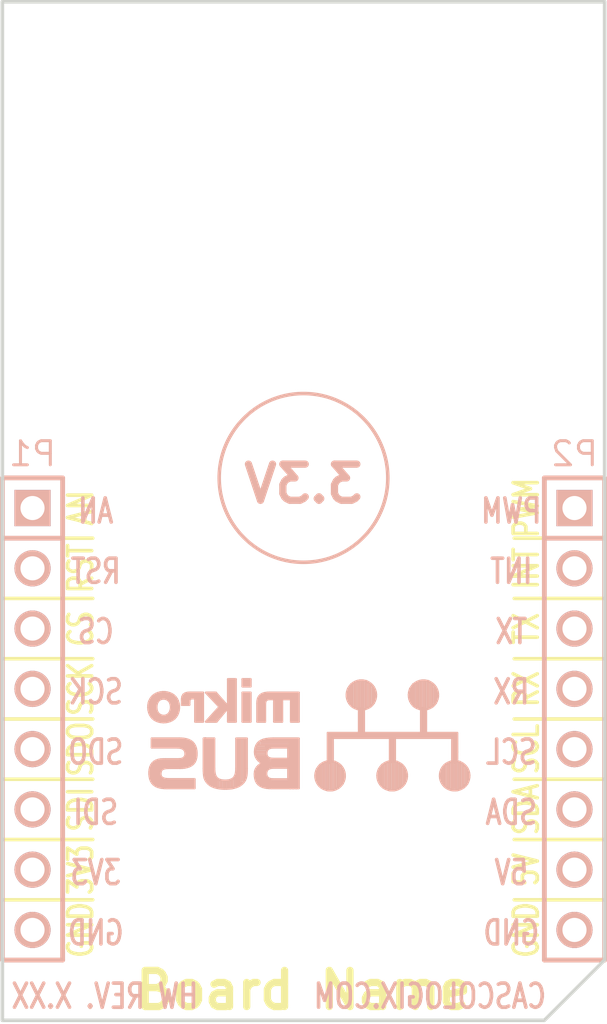
<source format=kicad_pcb>
(kicad_pcb (version 4) (host pcbnew 4.0.0-rc2-stable)

  (general
    (links 0)
    (no_connects 0)
    (area 110.696399 83.363999 136.699601 126.440001)
    (thickness 1.6)
    (drawings 56)
    (tracks 0)
    (zones 0)
    (modules 3)
    (nets 1)
  )

  (page A4)
  (title_block
    (date "lun. 30 mars 2015")
  )

  (layers
    (0 F.Cu signal)
    (31 B.Cu signal)
    (32 B.Adhes user)
    (33 F.Adhes user)
    (34 B.Paste user)
    (35 F.Paste user)
    (36 B.SilkS user)
    (37 F.SilkS user)
    (38 B.Mask user)
    (39 F.Mask user)
    (40 Dwgs.User user)
    (41 Cmts.User user)
    (42 Eco1.User user)
    (43 Eco2.User user)
    (44 Edge.Cuts user)
    (45 Margin user)
    (46 B.CrtYd user)
    (47 F.CrtYd user)
    (48 B.Fab user)
    (49 F.Fab user)
  )

  (setup
    (last_trace_width 0.25)
    (trace_clearance 0.2)
    (zone_clearance 0.508)
    (zone_45_only no)
    (trace_min 0.2)
    (segment_width 0.15)
    (edge_width 0.15)
    (via_size 0.6)
    (via_drill 0.4)
    (via_min_size 0.4)
    (via_min_drill 0.3)
    (uvia_size 0.3)
    (uvia_drill 0.1)
    (uvias_allowed no)
    (uvia_min_size 0.2)
    (uvia_min_drill 0.1)
    (pcb_text_width 0.3)
    (pcb_text_size 1.5 1.5)
    (mod_edge_width 0.15)
    (mod_text_size 1 1)
    (mod_text_width 0.15)
    (pad_size 4.064 4.064)
    (pad_drill 3.048)
    (pad_to_mask_clearance 0)
    (aux_axis_origin 110.998 126.365)
    (grid_origin 110.998 126.365)
    (visible_elements 7FFEFFFF)
    (pcbplotparams
      (layerselection 0x00030_80000001)
      (usegerberextensions false)
      (excludeedgelayer true)
      (linewidth 0.100000)
      (plotframeref false)
      (viasonmask false)
      (mode 1)
      (useauxorigin false)
      (hpglpennumber 1)
      (hpglpenspeed 20)
      (hpglpendiameter 15)
      (hpglpenoverlay 2)
      (psnegative false)
      (psa4output false)
      (plotreference true)
      (plotvalue true)
      (plotinvisibletext false)
      (padsonsilk false)
      (subtractmaskfromsilk false)
      (outputformat 1)
      (mirror false)
      (drillshape 0)
      (scaleselection 1)
      (outputdirectory ""))
  )

  (net 0 "")

  (net_class Default "This is the default net class."
    (clearance 0.2)
    (trace_width 0.25)
    (via_dia 0.6)
    (via_drill 0.4)
    (uvia_dia 0.3)
    (uvia_drill 0.1)
  )

  (module Header:HEADER_M_2.54MM_1R8P_ST_AU_PTH locked (layer B.Cu) (tedit 56625D4E) (tstamp 561150BC)
    (at 135.128 113.665 270)
    (tags Header)
    (fp_text reference P2 (at -11.176 0 360) (layer B.SilkS)
      (effects (font (size 1.016 1.016) (thickness 0.127)) (justify mirror))
    )
    (fp_text value Val** (at 0 2.159 270) (layer B.SilkS) hide
      (effects (font (size 1.016 1.016) (thickness 0.127)) (justify mirror))
    )
    (fp_line (start 5.08 -1.27) (end 10.16 -1.27) (layer B.SilkS) (width 0.2032))
    (fp_line (start 5.08 1.27) (end 10.16 1.27) (layer B.SilkS) (width 0.2032))
    (fp_line (start 0 -1.27) (end 5.08 -1.27) (layer B.SilkS) (width 0.2032))
    (fp_line (start 0 1.27) (end 5.08 1.27) (layer B.SilkS) (width 0.2032))
    (fp_line (start -2.54 1.27) (end 0 1.27) (layer B.SilkS) (width 0.2032))
    (fp_line (start -2.54 -1.27) (end 0 -1.27) (layer B.SilkS) (width 0.2032))
    (fp_line (start -5.08 -1.27) (end -2.54 -1.27) (layer B.SilkS) (width 0.2032))
    (fp_line (start -5.08 1.27) (end -2.54 1.27) (layer B.SilkS) (width 0.2032))
    (fp_line (start 10.16 1.27) (end 10.16 -1.27) (layer B.SilkS) (width 0.2032))
    (fp_line (start -7.62 1.27) (end -5.08 1.27) (layer B.SilkS) (width 0.2032))
    (fp_line (start -7.62 -1.27) (end -5.08 -1.27) (layer B.SilkS) (width 0.2032))
    (fp_line (start -10.16 -1.27) (end -7.62 -1.27) (layer B.SilkS) (width 0.2032))
    (fp_line (start -10.16 1.27) (end -7.62 1.27) (layer B.SilkS) (width 0.2032))
    (fp_line (start -10.16 -1.27) (end -10.16 1.27) (layer B.SilkS) (width 0.2032))
    (fp_line (start -7.62 1.27) (end -7.62 -1.27) (layer B.SilkS) (width 0.2032))
    (pad 6 thru_hole circle (at 3.81 0 270) (size 1.524 1.524) (drill 1.016) (layers *.Cu *.Mask B.SilkS))
    (pad 4 thru_hole circle (at -1.27 0 270) (size 1.524 1.524) (drill 1.016) (layers *.Cu *.Mask B.SilkS))
    (pad 3 thru_hole circle (at -3.81 0 270) (size 1.524 1.524) (drill 1.016) (layers *.Cu *.Mask B.SilkS))
    (pad 2 thru_hole circle (at -6.35 0 270) (size 1.524 1.524) (drill 1.016) (layers *.Cu *.Mask B.SilkS))
    (pad 1 thru_hole rect (at -8.89 0 270) (size 1.524 1.524) (drill 1.016) (layers *.Cu *.Mask B.SilkS))
    (pad 7 thru_hole circle (at 6.35 0 270) (size 1.524 1.524) (drill 1.016) (layers *.Cu *.Mask B.SilkS))
    (pad 8 thru_hole circle (at 8.89 0 270) (size 1.524 1.524) (drill 1.016) (layers *.Cu *.Mask B.SilkS))
    (pad 5 thru_hole circle (at 1.27 0 270) (size 1.524 1.524) (drill 1.016) (layers *.Cu *.Mask B.SilkS))
    (model C:/Engineering/KiCAD_Libraries/3D/Headers/VRML/HEADER_M_2.54MM_1R8P_ST_AU_PTH.wrl
      (at (xyz 0 0 0))
      (scale (xyz 1 1 1))
      (rotate (xyz 0 0 0))
    )
  )

  (module Header:HEADER_M_2.54MM_1R8P_ST_AU_PTH locked (layer B.Cu) (tedit 56625D49) (tstamp 561150A0)
    (at 112.268 113.665 270)
    (tags Header)
    (fp_text reference P1 (at -11.176 0 360) (layer B.SilkS)
      (effects (font (size 1.016 1.016) (thickness 0.127)) (justify mirror))
    )
    (fp_text value Val** (at 0 -2.54 270) (layer B.SilkS) hide
      (effects (font (size 1.016 1.016) (thickness 0.127)) (justify mirror))
    )
    (fp_line (start 5.08 -1.27) (end 10.16 -1.27) (layer B.SilkS) (width 0.2032))
    (fp_line (start 5.08 1.27) (end 10.16 1.27) (layer B.SilkS) (width 0.2032))
    (fp_line (start 0 -1.27) (end 5.08 -1.27) (layer B.SilkS) (width 0.2032))
    (fp_line (start 0 1.27) (end 5.08 1.27) (layer B.SilkS) (width 0.2032))
    (fp_line (start -2.54 1.27) (end 0 1.27) (layer B.SilkS) (width 0.2032))
    (fp_line (start -2.54 -1.27) (end 0 -1.27) (layer B.SilkS) (width 0.2032))
    (fp_line (start -5.08 -1.27) (end -2.54 -1.27) (layer B.SilkS) (width 0.2032))
    (fp_line (start -5.08 1.27) (end -2.54 1.27) (layer B.SilkS) (width 0.2032))
    (fp_line (start 10.16 1.27) (end 10.16 -1.27) (layer B.SilkS) (width 0.2032))
    (fp_line (start -7.62 1.27) (end -5.08 1.27) (layer B.SilkS) (width 0.2032))
    (fp_line (start -7.62 -1.27) (end -5.08 -1.27) (layer B.SilkS) (width 0.2032))
    (fp_line (start -10.16 -1.27) (end -7.62 -1.27) (layer B.SilkS) (width 0.2032))
    (fp_line (start -10.16 1.27) (end -7.62 1.27) (layer B.SilkS) (width 0.2032))
    (fp_line (start -10.16 -1.27) (end -10.16 1.27) (layer B.SilkS) (width 0.2032))
    (fp_line (start -7.62 1.27) (end -7.62 -1.27) (layer B.SilkS) (width 0.2032))
    (pad 6 thru_hole circle (at 3.81 0 270) (size 1.524 1.524) (drill 1.016) (layers *.Cu *.Mask B.SilkS))
    (pad 4 thru_hole circle (at -1.27 0 270) (size 1.524 1.524) (drill 1.016) (layers *.Cu *.Mask B.SilkS))
    (pad 3 thru_hole circle (at -3.81 0 270) (size 1.524 1.524) (drill 1.016) (layers *.Cu *.Mask B.SilkS))
    (pad 2 thru_hole circle (at -6.35 0 270) (size 1.524 1.524) (drill 1.016) (layers *.Cu *.Mask B.SilkS))
    (pad 1 thru_hole rect (at -8.89 0 270) (size 1.524 1.524) (drill 1.016) (layers *.Cu *.Mask B.SilkS))
    (pad 7 thru_hole circle (at 6.35 0 270) (size 1.524 1.524) (drill 1.016) (layers *.Cu *.Mask B.SilkS))
    (pad 8 thru_hole circle (at 8.89 0 270) (size 1.524 1.524) (drill 1.016) (layers *.Cu *.Mask B.SilkS))
    (pad 5 thru_hole circle (at 1.27 0 270) (size 1.524 1.524) (drill 1.016) (layers *.Cu *.Mask B.SilkS))
    (model C:/Engineering/KiCAD_Libraries/3D/Headers/VRML/HEADER_M_2.54MM_1R8P_ST_AU_PTH.wrl
      (at (xyz 0 0 0))
      (scale (xyz 1 1 1))
      (rotate (xyz 0 0 0))
    )
  )

  (module Logo:mikroBUS_Small locked (layer B.Cu) (tedit 562D7599) (tstamp 562DB7DC)
    (at 123.698 114.427 180)
    (fp_text reference "" (at 0 -3.81 180) (layer B.SilkS) hide
      (effects (font (size 1 1) (thickness 0.15)) (justify mirror))
    )
    (fp_text value "" (at 0 3.81 180) (layer B.Fab) hide
      (effects (font (size 1 1) (thickness 0.15)) (justify mirror))
    )
    (fp_line (start 4.6228 -2.0828) (end 6.0198 -2.0828) (layer B.SilkS) (width 0.15))
    (fp_line (start 4.6482 -2.0066) (end 6.2484 -2.0066) (layer B.SilkS) (width 0.15))
    (fp_line (start 4.6482 -1.8796) (end 6.3754 -1.8796) (layer B.SilkS) (width 0.15))
    (fp_line (start 5.9436 -1.7526) (end 6.4262 -1.7526) (layer B.SilkS) (width 0.15))
    (fp_line (start 6.0706 -1.6256) (end 6.4516 -1.6256) (layer B.SilkS) (width 0.15))
    (fp_line (start 6.0706 -1.4986) (end 6.4516 -1.4986) (layer B.SilkS) (width 0.15))
    (fp_line (start 6.0452 -1.3716) (end 6.4516 -1.3716) (layer B.SilkS) (width 0.15))
    (fp_line (start 5.0546 -1.2446) (end 6.4008 -1.2446) (layer B.SilkS) (width 0.15))
    (fp_line (start 6.35 -1.1684) (end 4.7752 -1.1684) (layer B.SilkS) (width 0.15))
    (fp_line (start 6.223 -1.0414) (end 4.6482 -1.0414) (layer B.SilkS) (width 0.15))
    (fp_line (start 4.5974 -0.9906) (end 5.1054 -0.9906) (layer B.SilkS) (width 0.15))
    (fp_line (start 5.0038 -0.8636) (end 4.572 -0.8636) (layer B.SilkS) (width 0.15))
    (fp_line (start 4.9276 -0.7366) (end 4.5466 -0.7366) (layer B.SilkS) (width 0.15))
    (fp_line (start 4.9276 -0.6096) (end 4.5466 -0.6096) (layer B.SilkS) (width 0.15))
    (fp_line (start 5.0292 -0.4826) (end 4.572 -0.4826) (layer B.SilkS) (width 0.15))
    (fp_line (start 6.35 -0.3556) (end 4.6228 -0.3556) (layer B.SilkS) (width 0.15))
    (fp_line (start 6.35 -0.3048) (end 4.6482 -0.3048) (layer B.SilkS) (width 0.15))
    (fp_line (start 6.35 -0.1778) (end 4.8006 -0.1778) (layer B.SilkS) (width 0.15))
    (fp_line (start 5.4356 1.6764) (end 5.4356 0.8636) (layer B.SilkS) (width 0.15))
    (fp_line (start 6.5024 1.4478) (end 6.5024 1.143) (layer B.SilkS) (width 0.15))
    (fp_line (start 6.4262 1.6002) (end 6.4262 0.9398) (layer B.SilkS) (width 0.15))
    (fp_line (start 5.6642 0.9398) (end 5.6642 0.7112) (layer B.SilkS) (width 0.15))
    (fp_line (start 5.7404 0.889) (end 5.7404 0.6858) (layer B.SilkS) (width 0.15))
    (fp_line (start 5.842 0.8636) (end 5.842 0.6604) (layer B.SilkS) (width 0.15))
    (fp_line (start 5.969 0.8636) (end 5.969 0.6604) (layer B.SilkS) (width 0.15))
    (fp_line (start 6.096 0.9144) (end 6.096 0.6858) (layer B.SilkS) (width 0.15))
    (fp_line (start 6.1976 1.0668) (end 6.1976 0.7366) (layer B.SilkS) (width 0.15))
    (fp_line (start 6.2992 1.7272) (end 6.2992 0.7874) (layer B.SilkS) (width 0.15))
    (fp_line (start 6.1976 1.8034) (end 6.1976 1.4986) (layer B.SilkS) (width 0.15))
    (fp_line (start 6.0706 1.8288) (end 6.0706 1.6256) (layer B.SilkS) (width 0.15))
    (fp_line (start 5.9436 1.8542) (end 5.9436 1.6764) (layer B.SilkS) (width 0.15))
    (fp_line (start 5.8166 1.8542) (end 5.8166 1.6764) (layer B.SilkS) (width 0.15))
    (fp_line (start 5.6896 1.8288) (end 5.6896 1.5748) (layer B.SilkS) (width 0.15))
    (fp_line (start 5.5626 1.778) (end 5.5626 0.7366) (layer B.SilkS) (width 0.15))
    (fp_line (start 5.334 1.524) (end 5.334 1.016) (layer B.SilkS) (width 0.15))
    (fp_line (start 4.1402 -0.0762) (end 4.1402 -1.7272) (layer B.SilkS) (width 0.15))
    (fp_line (start 4.0132 -0.1016) (end 4.0132 -1.905) (layer B.SilkS) (width 0.15))
    (fp_line (start 3.81 -1.4732) (end 3.81 -1.651) (layer B.SilkS) (width 0.15))
    (fp_line (start 3.8862 -0.1016) (end 3.8862 -2.032) (layer B.SilkS) (width 0.15))
    (fp_line (start 3.7592 -1.6764) (end 3.7592 -2.0828) (layer B.SilkS) (width 0.15))
    (fp_line (start 3.6322 -1.8034) (end 3.6322 -2.1082) (layer B.SilkS) (width 0.15))
    (fp_line (start 3.4798 -1.8542) (end 3.4798 -2.1336) (layer B.SilkS) (width 0.15))
    (fp_line (start 3.3274 -1.8796) (end 3.3274 -2.1336) (layer B.SilkS) (width 0.15))
    (fp_line (start 3.175 -1.8542) (end 3.175 -2.1336) (layer B.SilkS) (width 0.15))
    (fp_line (start 3.0226 -1.8034) (end 3.0226 -2.1336) (layer B.SilkS) (width 0.15))
    (fp_line (start 2.8702 -1.651) (end 2.8702 -2.0828) (layer B.SilkS) (width 0.15))
    (fp_line (start 2.7686 -0.1016) (end 2.7432 -2.032) (layer B.SilkS) (width 0.15))
    (fp_line (start 2.667 -0.1016) (end 2.667 -1.9812) (layer B.SilkS) (width 0.15))
    (fp_line (start 2.5146 -0.1016) (end 2.5146 -1.8288) (layer B.SilkS) (width 0.15))
    (fp_line (start 0.635 -2.032) (end 1.778 -2.032) (layer B.SilkS) (width 0.15))
    (fp_line (start 0.635 -1.905) (end 1.9304 -1.905) (layer B.SilkS) (width 0.15))
    (fp_line (start 1.4224 -1.8034) (end 1.9812 -1.8034) (layer B.SilkS) (width 0.15))
    (fp_line (start 1.5748 -1.6764) (end 2.0066 -1.6764) (layer B.SilkS) (width 0.15))
    (fp_line (start 1.6256 -1.5494) (end 2.0066 -1.5494) (layer B.SilkS) (width 0.15))
    (fp_line (start 1.6002 -1.4224) (end 2.0066 -1.4224) (layer B.SilkS) (width 0.15))
    (fp_line (start 1.4478 -1.2954) (end 1.9304 -1.2954) (layer B.SilkS) (width 0.15))
    (fp_line (start 0.6096 -1.1684) (end 1.778 -1.1684) (layer B.SilkS) (width 0.15))
    (fp_line (start 0.635 -1.0414) (end 1.778 -1.0414) (layer B.SilkS) (width 0.15))
    (fp_line (start 1.4732 -0.9144) (end 1.905 -0.9144) (layer B.SilkS) (width 0.15))
    (fp_line (start 1.6002 -0.7874) (end 1.9812 -0.7874) (layer B.SilkS) (width 0.15))
    (fp_line (start 1.6256 -0.635) (end 2.0066 -0.635) (layer B.SilkS) (width 0.15))
    (fp_line (start 1.4478 -0.4064) (end 1.5494 -0.4064) (layer B.SilkS) (width 0.15))
    (fp_line (start 1.5494 -0.4826) (end 2.0066 -0.4826) (layer B.SilkS) (width 0.15))
    (fp_line (start 0.635 -0.3302) (end 1.9304 -0.3302) (layer B.SilkS) (width 0.15))
    (fp_line (start 0.635 -0.1778) (end 1.778 -0.1778) (layer B.SilkS) (width 0.15))
    (fp_line (start 1.651 1.6256) (end 1.651 1.524) (layer B.SilkS) (width 0.15))
    (fp_line (start 1.8542 1.6256) (end 1.8542 0.6858) (layer B.SilkS) (width 0.15))
    (fp_line (start 1.7272 1.6256) (end 1.7272 0.6858) (layer B.SilkS) (width 0.15))
    (fp_line (start 0.381 1.6764) (end 1.8542 1.6764) (layer B.SilkS) (width 0.15))
    (fp_line (start 0.4826 1.778) (end 1.7526 1.778) (layer B.SilkS) (width 0.15))
    (fp_line (start 3.429 1.2954) (end 3.9624 0.7112) (layer B.SilkS) (width 0.15))
    (fp_line (start 3.3528 1.2192) (end 3.81 0.6858) (layer B.SilkS) (width 0.15))
    (fp_line (start 3.937 1.8288) (end 3.3274 1.1938) (layer B.SilkS) (width 0.15))
    (fp_line (start 3.2766 1.2446) (end 3.81 1.8288) (layer B.SilkS) (width 0.15))
    (fp_line (start 2.2606 2.2352) (end 2.5146 2.2352) (layer B.SilkS) (width 0.15))
    (fp_line (start 2.2606 2.3368) (end 2.5146 2.3368) (layer B.SilkS) (width 0.15))
    (fp_line (start 3.0734 0.7112) (end 3.0734 2.3622) (layer B.SilkS) (width 0.15))
    (fp_line (start 2.9464 2.3876) (end 2.9464 0.7112) (layer B.SilkS) (width 0.15))
    (fp_line (start 4.8514 1.4732) (end 5.08 1.4732) (layer B.SilkS) (width 0.15))
    (fp_line (start 4.8514 1.6002) (end 5.0546 1.6002) (layer B.SilkS) (width 0.15))
    (fp_line (start 4.445 1.7018) (end 5.0546 1.7018) (layer B.SilkS) (width 0.15))
    (fp_line (start 4.4958 1.8034) (end 4.9784 1.8034) (layer B.SilkS) (width 0.15))
    (fp_line (start 4.445 0.6858) (end 4.445 1.8288) (layer B.SilkS) (width 0.15))
    (fp_line (start 4.318 0.6858) (end 4.318 1.8288) (layer B.SilkS) (width 0.15))
    (fp_line (start 2.4638 0.6858) (end 2.4638 1.8288) (layer B.SilkS) (width 0.15))
    (fp_line (start 2.3368 0.6858) (end 2.3368 1.8288) (layer B.SilkS) (width 0.15))
    (fp_line (start 1.1176 0.6858) (end 1.1176 1.8288) (layer B.SilkS) (width 0.15))
    (fp_line (start 0.9906 0.6858) (end 0.9906 1.8288) (layer B.SilkS) (width 0.15))
    (fp_line (start 0.3048 1.8288) (end 0.3048 0.6858) (layer B.SilkS) (width 0.15))
    (fp_line (start 0.4318 0.6858) (end 0.4318 1.8288) (layer B.SilkS) (width 0.15))
    (fp_line (start -6.577609 -2.206834) (end -6.483358 -2.238309) (layer B.SilkS) (width 0.1))
    (fp_line (start -6.668273 -2.169409) (end -6.577609 -2.206834) (layer B.SilkS) (width 0.1))
    (fp_line (start -6.751765 -2.120088) (end -6.668273 -2.169409) (layer B.SilkS) (width 0.1))
    (fp_line (start -6.825003 -2.055138) (end -6.751765 -2.120088) (layer B.SilkS) (width 0.1))
    (fp_line (start -6.886374 -1.977238) (end -6.825003 -2.055138) (layer B.SilkS) (width 0.1))
    (fp_line (start -6.93453 -1.89022) (end -6.886374 -1.977238) (layer B.SilkS) (width 0.1))
    (fp_line (start -6.968334 -1.797322) (end -6.93453 -1.89022) (layer B.SilkS) (width 0.1))
    (fp_line (start -6.98705 -1.700666) (end -6.968334 -1.797322) (layer B.SilkS) (width 0.1))
    (fp_line (start -6.989992 -1.602253) (end -6.98705 -1.700666) (layer B.SilkS) (width 0.1))
    (fp_line (start -6.976966 -1.504318) (end -6.989992 -1.602253) (layer B.SilkS) (width 0.1))
    (fp_line (start -6.948567 -1.409484) (end -6.976966 -1.504318) (layer B.SilkS) (width 0.1))
    (fp_line (start -6.905466 -1.320404) (end -6.948567 -1.409484) (layer B.SilkS) (width 0.1))
    (fp_line (start -6.84854 -1.239578) (end -6.905466 -1.320404) (layer B.SilkS) (width 0.1))
    (fp_line (start -6.779429 -1.168923) (end -6.84854 -1.239578) (layer B.SilkS) (width 0.1))
    (fp_line (start -6.699951 -1.110225) (end -6.779429 -1.168923) (layer B.SilkS) (width 0.1))
    (fp_line (start -6.611991 -1.065162) (end -6.699951 -1.110225) (layer B.SilkS) (width 0.1))
    (fp_line (start -6.517879 -1.034713) (end -6.611991 -1.065162) (layer B.SilkS) (width 0.1))
    (fp_line (start -6.420131 -1.01958) (end -6.517879 -1.034713) (layer B.SilkS) (width 0.1))
    (fp_line (start -6.321257 -1.02042) (end -6.420131 -1.01958) (layer B.SilkS) (width 0.1))
    (fp_line (start -6.22377 -1.037179) (end -6.321257 -1.02042) (layer B.SilkS) (width 0.1))
    (fp_line (start -6.130178 -1.069173) (end -6.22377 -1.037179) (layer B.SilkS) (width 0.1))
    (fp_line (start -6.042989 -1.115699) (end -6.130178 -1.069173) (layer B.SilkS) (width 0.1))
    (fp_line (start -5.964485 -1.175699) (end -6.042989 -1.115699) (layer B.SilkS) (width 0.1))
    (fp_line (start -5.896529 -1.247466) (end -5.964485 -1.175699) (layer B.SilkS) (width 0.1))
    (fp_line (start -5.840938 -1.329221) (end -5.896529 -1.247466) (layer B.SilkS) (width 0.1))
    (fp_line (start -5.799294 -1.419004) (end -5.840938 -1.329221) (layer B.SilkS) (width 0.1))
    (fp_line (start -5.772428 -1.514276) (end -5.799294 -1.419004) (layer B.SilkS) (width 0.1))
    (fp_line (start -5.761021 -1.612382) (end -5.772428 -1.514276) (layer B.SilkS) (width 0.1))
    (fp_line (start -5.765643 -1.71072) (end -5.761021 -1.612382) (layer B.SilkS) (width 0.1))
    (fp_line (start -5.786001 -1.807089) (end -5.765643 -1.71072) (layer B.SilkS) (width 0.1))
    (fp_line (start -5.821399 -1.89947) (end -5.786001 -1.807089) (layer B.SilkS) (width 0.1))
    (fp_line (start -5.871079 -1.985691) (end -5.821399 -1.89947) (layer B.SilkS) (width 0.1))
    (fp_line (start -5.933823 -2.062462) (end -5.871079 -1.985691) (layer B.SilkS) (width 0.1))
    (fp_line (start -6.008216 -2.126001) (end -5.933823 -2.062462) (layer B.SilkS) (width 0.1))
    (fp_line (start -6.092571 -2.173815) (end -6.008216 -2.126001) (layer B.SilkS) (width 0.1))
    (fp_line (start -6.183846 -2.209816) (end -6.092571 -2.173815) (layer B.SilkS) (width 0.1))
    (fp_line (start -6.278581 -2.239913) (end -6.183846 -2.209816) (layer B.SilkS) (width 0.1))
    (fp_line (start -5.842 -1.3716) (end -5.842 -1.8542) (layer B.SilkS) (width 0.15))
    (fp_line (start -5.969 -1.1938) (end -5.969 -2.0574) (layer B.SilkS) (width 0.15))
    (fp_line (start -6.1214 -1.1176) (end -6.1214 -2.159) (layer B.SilkS) (width 0.15))
    (fp_line (start -6.2738 -1.0668) (end -6.2738 -2.2098) (layer B.SilkS) (width 0.15))
    (fp_line (start -6.5786 -1.0668) (end -6.5786 -2.1844) (layer B.SilkS) (width 0.15))
    (fp_line (start -6.731 -1.1684) (end -6.731 -2.1082) (layer B.SilkS) (width 0.15))
    (fp_line (start -6.8834 -1.3208) (end -6.8834 -1.9558) (layer B.SilkS) (width 0.15))
    (fp_line (start -6.282611 -2.239913) (end -6.187872 -2.209839) (layer B.SilkS) (width 0.1))
    (fp_line (start -6.187872 -2.209839) (end -6.096601 -2.173849) (layer B.SilkS) (width 0.1))
    (fp_line (start -6.096601 -2.173849) (end -6.012269 -2.12603) (layer B.SilkS) (width 0.1))
    (fp_line (start -6.012269 -2.12603) (end -5.93792 -2.06246) (layer B.SilkS) (width 0.1))
    (fp_line (start -5.93792 -2.06246) (end -5.875241 -1.985647) (layer B.SilkS) (width 0.1))
    (fp_line (start -5.875241 -1.985647) (end -5.82564 -1.899391) (layer B.SilkS) (width 0.1))
    (fp_line (start -5.82564 -1.899391) (end -5.790325 -1.806995) (layer B.SilkS) (width 0.1))
    (fp_line (start -5.790325 -1.806995) (end -5.770038 -1.710626) (layer B.SilkS) (width 0.1))
    (fp_line (start -5.770038 -1.710626) (end -5.765457 -1.612295) (layer B.SilkS) (width 0.1))
    (fp_line (start -5.765457 -1.612295) (end -5.776866 -1.514199) (layer B.SilkS) (width 0.1))
    (fp_line (start -5.776866 -1.514199) (end -5.803709 -1.418936) (layer B.SilkS) (width 0.1))
    (fp_line (start -5.803709 -1.418936) (end -5.84532 -1.329156) (layer B.SilkS) (width 0.1))
    (fp_line (start -5.84532 -1.329156) (end -5.900882 -1.247395) (layer B.SilkS) (width 0.1))
    (fp_line (start -5.900882 -1.247395) (end -5.968816 -1.17562) (layer B.SilkS) (width 0.1))
    (fp_line (start -5.968816 -1.17562) (end -6.047305 -1.115617) (layer B.SilkS) (width 0.1))
    (fp_line (start -6.047305 -1.115617) (end -6.134487 -1.069104) (layer B.SilkS) (width 0.1))
    (fp_line (start -6.134487 -1.069104) (end -6.228075 -1.037132) (layer B.SilkS) (width 0.1))
    (fp_line (start -6.228075 -1.037132) (end -6.325557 -1.020403) (layer B.SilkS) (width 0.1))
    (fp_line (start -6.325557 -1.020403) (end -6.424421 -1.019594) (layer B.SilkS) (width 0.1))
    (fp_line (start -6.424421 -1.019594) (end -6.522154 -1.034754) (layer B.SilkS) (width 0.1))
    (fp_line (start -6.522154 -1.034754) (end -6.616247 -1.06522) (layer B.SilkS) (width 0.1))
    (fp_line (start -6.616247 -1.06522) (end -6.704192 -1.110291) (layer B.SilkS) (width 0.1))
    (fp_line (start -6.704192 -1.110291) (end -6.783659 -1.168984) (layer B.SilkS) (width 0.1))
    (fp_line (start -6.783659 -1.168984) (end -6.852766 -1.239625) (layer B.SilkS) (width 0.1))
    (fp_line (start -6.852766 -1.239625) (end -6.909697 -1.320434) (layer B.SilkS) (width 0.1))
    (fp_line (start -6.909697 -1.320434) (end -6.952812 -1.409499) (layer B.SilkS) (width 0.1))
    (fp_line (start -6.952812 -1.409499) (end -6.981224 -1.50432) (layer B.SilkS) (width 0.1))
    (fp_line (start -6.981224 -1.50432) (end -6.994254 -1.602242) (layer B.SilkS) (width 0.1))
    (fp_line (start -6.994254 -1.602242) (end -6.991295 -1.700642) (layer B.SilkS) (width 0.1))
    (fp_line (start -6.991295 -1.700642) (end -6.972549 -1.797281) (layer B.SilkS) (width 0.1))
    (fp_line (start -6.972549 -1.797281) (end -6.938714 -1.890159) (layer B.SilkS) (width 0.1))
    (fp_line (start -6.938714 -1.890159) (end -6.89054 -1.977153) (layer B.SilkS) (width 0.1))
    (fp_line (start -6.89054 -1.977153) (end -6.829165 -2.055034) (layer B.SilkS) (width 0.1))
    (fp_line (start -6.829165 -2.055034) (end -6.755938 -2.119986) (layer B.SilkS) (width 0.1))
    (fp_line (start -6.755938 -2.119986) (end -6.67247 -2.169331) (layer B.SilkS) (width 0.1))
    (fp_line (start -6.67247 -2.169331) (end -6.581836 -2.206792) (layer B.SilkS) (width 0.1))
    (fp_line (start -6.581836 -2.206792) (end -6.487617 -2.238309) (layer B.SilkS) (width 0.1))
    (fp_line (start -6.4262 -1.0414) (end -6.4262 -2.159) (layer B.SilkS) (width 0.15))
    (fp_line (start -3.7846 -1.0414) (end -3.7846 -2.159) (layer B.SilkS) (width 0.15))
    (fp_line (start -3.940236 -2.206792) (end -3.846017 -2.238309) (layer B.SilkS) (width 0.1))
    (fp_line (start -4.03087 -2.169331) (end -3.940236 -2.206792) (layer B.SilkS) (width 0.1))
    (fp_line (start -4.114338 -2.119986) (end -4.03087 -2.169331) (layer B.SilkS) (width 0.1))
    (fp_line (start -4.187565 -2.055034) (end -4.114338 -2.119986) (layer B.SilkS) (width 0.1))
    (fp_line (start -4.24894 -1.977153) (end -4.187565 -2.055034) (layer B.SilkS) (width 0.1))
    (fp_line (start -4.297114 -1.890159) (end -4.24894 -1.977153) (layer B.SilkS) (width 0.1))
    (fp_line (start -4.330949 -1.797281) (end -4.297114 -1.890159) (layer B.SilkS) (width 0.1))
    (fp_line (start -4.349695 -1.700642) (end -4.330949 -1.797281) (layer B.SilkS) (width 0.1))
    (fp_line (start -4.352654 -1.602242) (end -4.349695 -1.700642) (layer B.SilkS) (width 0.1))
    (fp_line (start -4.339624 -1.50432) (end -4.352654 -1.602242) (layer B.SilkS) (width 0.1))
    (fp_line (start -4.311212 -1.409499) (end -4.339624 -1.50432) (layer B.SilkS) (width 0.1))
    (fp_line (start -4.268097 -1.320434) (end -4.311212 -1.409499) (layer B.SilkS) (width 0.1))
    (fp_line (start -4.211166 -1.239625) (end -4.268097 -1.320434) (layer B.SilkS) (width 0.1))
    (fp_line (start -4.142059 -1.168984) (end -4.211166 -1.239625) (layer B.SilkS) (width 0.1))
    (fp_line (start -4.062592 -1.110291) (end -4.142059 -1.168984) (layer B.SilkS) (width 0.1))
    (fp_line (start -3.974647 -1.06522) (end -4.062592 -1.110291) (layer B.SilkS) (width 0.1))
    (fp_line (start -3.880554 -1.034754) (end -3.974647 -1.06522) (layer B.SilkS) (width 0.1))
    (fp_line (start -3.782821 -1.019594) (end -3.880554 -1.034754) (layer B.SilkS) (width 0.1))
    (fp_line (start -3.683957 -1.020403) (end -3.782821 -1.019594) (layer B.SilkS) (width 0.1))
    (fp_line (start -3.586475 -1.037132) (end -3.683957 -1.020403) (layer B.SilkS) (width 0.1))
    (fp_line (start -3.492887 -1.069104) (end -3.586475 -1.037132) (layer B.SilkS) (width 0.1))
    (fp_line (start -3.405705 -1.115617) (end -3.492887 -1.069104) (layer B.SilkS) (width 0.1))
    (fp_line (start -3.327216 -1.17562) (end -3.405705 -1.115617) (layer B.SilkS) (width 0.1))
    (fp_line (start -3.259282 -1.247395) (end -3.327216 -1.17562) (layer B.SilkS) (width 0.1))
    (fp_line (start -3.20372 -1.329156) (end -3.259282 -1.247395) (layer B.SilkS) (width 0.1))
    (fp_line (start -3.162109 -1.418936) (end -3.20372 -1.329156) (layer B.SilkS) (width 0.1))
    (fp_line (start -3.135266 -1.514199) (end -3.162109 -1.418936) (layer B.SilkS) (width 0.1))
    (fp_line (start -3.123857 -1.612295) (end -3.135266 -1.514199) (layer B.SilkS) (width 0.1))
    (fp_line (start -3.128438 -1.710626) (end -3.123857 -1.612295) (layer B.SilkS) (width 0.1))
    (fp_line (start -3.148725 -1.806995) (end -3.128438 -1.710626) (layer B.SilkS) (width 0.1))
    (fp_line (start -3.18404 -1.899391) (end -3.148725 -1.806995) (layer B.SilkS) (width 0.1))
    (fp_line (start -3.233641 -1.985647) (end -3.18404 -1.899391) (layer B.SilkS) (width 0.1))
    (fp_line (start -3.29632 -2.06246) (end -3.233641 -1.985647) (layer B.SilkS) (width 0.1))
    (fp_line (start -3.370669 -2.12603) (end -3.29632 -2.06246) (layer B.SilkS) (width 0.1))
    (fp_line (start -3.455001 -2.173849) (end -3.370669 -2.12603) (layer B.SilkS) (width 0.1))
    (fp_line (start -3.546272 -2.209839) (end -3.455001 -2.173849) (layer B.SilkS) (width 0.1))
    (fp_line (start -3.641011 -2.239913) (end -3.546272 -2.209839) (layer B.SilkS) (width 0.1))
    (fp_line (start -4.2418 -1.3208) (end -4.2418 -1.9558) (layer B.SilkS) (width 0.15))
    (fp_line (start -4.0894 -1.1684) (end -4.0894 -2.1082) (layer B.SilkS) (width 0.15))
    (fp_line (start -3.937 -1.0668) (end -3.937 -2.1844) (layer B.SilkS) (width 0.15))
    (fp_line (start -3.6322 -1.0668) (end -3.6322 -2.2098) (layer B.SilkS) (width 0.15))
    (fp_line (start -3.4798 -1.1176) (end -3.4798 -2.159) (layer B.SilkS) (width 0.15))
    (fp_line (start -3.3274 -1.1938) (end -3.3274 -2.0574) (layer B.SilkS) (width 0.15))
    (fp_line (start -3.2004 -1.3716) (end -3.2004 -1.8542) (layer B.SilkS) (width 0.15))
    (fp_line (start -3.636981 -2.239913) (end -3.542246 -2.209816) (layer B.SilkS) (width 0.1))
    (fp_line (start -3.542246 -2.209816) (end -3.450971 -2.173815) (layer B.SilkS) (width 0.1))
    (fp_line (start -3.450971 -2.173815) (end -3.366616 -2.126001) (layer B.SilkS) (width 0.1))
    (fp_line (start -3.366616 -2.126001) (end -3.292223 -2.062462) (layer B.SilkS) (width 0.1))
    (fp_line (start -3.292223 -2.062462) (end -3.229479 -1.985691) (layer B.SilkS) (width 0.1))
    (fp_line (start -3.229479 -1.985691) (end -3.179799 -1.89947) (layer B.SilkS) (width 0.1))
    (fp_line (start -3.179799 -1.89947) (end -3.144401 -1.807089) (layer B.SilkS) (width 0.1))
    (fp_line (start -3.144401 -1.807089) (end -3.124043 -1.71072) (layer B.SilkS) (width 0.1))
    (fp_line (start -3.124043 -1.71072) (end -3.119421 -1.612382) (layer B.SilkS) (width 0.1))
    (fp_line (start -3.119421 -1.612382) (end -3.130828 -1.514276) (layer B.SilkS) (width 0.1))
    (fp_line (start -3.130828 -1.514276) (end -3.157694 -1.419004) (layer B.SilkS) (width 0.1))
    (fp_line (start -3.157694 -1.419004) (end -3.199338 -1.329221) (layer B.SilkS) (width 0.1))
    (fp_line (start -3.199338 -1.329221) (end -3.254929 -1.247466) (layer B.SilkS) (width 0.1))
    (fp_line (start -3.254929 -1.247466) (end -3.322885 -1.175699) (layer B.SilkS) (width 0.1))
    (fp_line (start -3.322885 -1.175699) (end -3.401389 -1.115699) (layer B.SilkS) (width 0.1))
    (fp_line (start -3.401389 -1.115699) (end -3.488578 -1.069173) (layer B.SilkS) (width 0.1))
    (fp_line (start -3.488578 -1.069173) (end -3.58217 -1.037179) (layer B.SilkS) (width 0.1))
    (fp_line (start -3.58217 -1.037179) (end -3.679657 -1.02042) (layer B.SilkS) (width 0.1))
    (fp_line (start -3.679657 -1.02042) (end -3.778531 -1.01958) (layer B.SilkS) (width 0.1))
    (fp_line (start -3.778531 -1.01958) (end -3.876279 -1.034713) (layer B.SilkS) (width 0.1))
    (fp_line (start -3.876279 -1.034713) (end -3.970391 -1.065162) (layer B.SilkS) (width 0.1))
    (fp_line (start -3.970391 -1.065162) (end -4.058351 -1.110225) (layer B.SilkS) (width 0.1))
    (fp_line (start -4.058351 -1.110225) (end -4.137829 -1.168923) (layer B.SilkS) (width 0.1))
    (fp_line (start -4.137829 -1.168923) (end -4.20694 -1.239578) (layer B.SilkS) (width 0.1))
    (fp_line (start -4.20694 -1.239578) (end -4.263866 -1.320404) (layer B.SilkS) (width 0.1))
    (fp_line (start -4.263866 -1.320404) (end -4.306967 -1.409484) (layer B.SilkS) (width 0.1))
    (fp_line (start -4.306967 -1.409484) (end -4.335366 -1.504318) (layer B.SilkS) (width 0.1))
    (fp_line (start -4.335366 -1.504318) (end -4.348392 -1.602253) (layer B.SilkS) (width 0.1))
    (fp_line (start -4.348392 -1.602253) (end -4.34545 -1.700666) (layer B.SilkS) (width 0.1))
    (fp_line (start -4.34545 -1.700666) (end -4.326734 -1.797322) (layer B.SilkS) (width 0.1))
    (fp_line (start -4.326734 -1.797322) (end -4.29293 -1.89022) (layer B.SilkS) (width 0.1))
    (fp_line (start -4.29293 -1.89022) (end -4.244774 -1.977238) (layer B.SilkS) (width 0.1))
    (fp_line (start -4.244774 -1.977238) (end -4.183403 -2.055138) (layer B.SilkS) (width 0.1))
    (fp_line (start -4.183403 -2.055138) (end -4.110165 -2.120088) (layer B.SilkS) (width 0.1))
    (fp_line (start -4.110165 -2.120088) (end -4.026673 -2.169409) (layer B.SilkS) (width 0.1))
    (fp_line (start -4.026673 -2.169409) (end -3.936009 -2.206834) (layer B.SilkS) (width 0.1))
    (fp_line (start -3.936009 -2.206834) (end -3.841758 -2.238309) (layer B.SilkS) (width 0.1))
    (fp_line (start -1.319809 -2.206834) (end -1.225558 -2.238309) (layer B.SilkS) (width 0.1))
    (fp_line (start -1.410473 -2.169409) (end -1.319809 -2.206834) (layer B.SilkS) (width 0.1))
    (fp_line (start -1.493965 -2.120088) (end -1.410473 -2.169409) (layer B.SilkS) (width 0.1))
    (fp_line (start -1.567203 -2.055138) (end -1.493965 -2.120088) (layer B.SilkS) (width 0.1))
    (fp_line (start -1.628574 -1.977238) (end -1.567203 -2.055138) (layer B.SilkS) (width 0.1))
    (fp_line (start -1.67673 -1.89022) (end -1.628574 -1.977238) (layer B.SilkS) (width 0.1))
    (fp_line (start -1.710534 -1.797322) (end -1.67673 -1.89022) (layer B.SilkS) (width 0.1))
    (fp_line (start -1.72925 -1.700666) (end -1.710534 -1.797322) (layer B.SilkS) (width 0.1))
    (fp_line (start -1.732192 -1.602253) (end -1.72925 -1.700666) (layer B.SilkS) (width 0.1))
    (fp_line (start -1.719166 -1.504318) (end -1.732192 -1.602253) (layer B.SilkS) (width 0.1))
    (fp_line (start -1.690767 -1.409484) (end -1.719166 -1.504318) (layer B.SilkS) (width 0.1))
    (fp_line (start -1.647666 -1.320404) (end -1.690767 -1.409484) (layer B.SilkS) (width 0.1))
    (fp_line (start -1.59074 -1.239578) (end -1.647666 -1.320404) (layer B.SilkS) (width 0.1))
    (fp_line (start -1.521629 -1.168923) (end -1.59074 -1.239578) (layer B.SilkS) (width 0.1))
    (fp_line (start -1.442151 -1.110225) (end -1.521629 -1.168923) (layer B.SilkS) (width 0.1))
    (fp_line (start -1.354191 -1.065162) (end -1.442151 -1.110225) (layer B.SilkS) (width 0.1))
    (fp_line (start -1.260079 -1.034713) (end -1.354191 -1.065162) (layer B.SilkS) (width 0.1))
    (fp_line (start -1.162331 -1.01958) (end -1.260079 -1.034713) (layer B.SilkS) (width 0.1))
    (fp_line (start -1.063457 -1.02042) (end -1.162331 -1.01958) (layer B.SilkS) (width 0.1))
    (fp_line (start -0.96597 -1.037179) (end -1.063457 -1.02042) (layer B.SilkS) (width 0.1))
    (fp_line (start -0.872378 -1.069173) (end -0.96597 -1.037179) (layer B.SilkS) (width 0.1))
    (fp_line (start -0.785189 -1.115699) (end -0.872378 -1.069173) (layer B.SilkS) (width 0.1))
    (fp_line (start -0.706685 -1.175699) (end -0.785189 -1.115699) (layer B.SilkS) (width 0.1))
    (fp_line (start -0.638729 -1.247466) (end -0.706685 -1.175699) (layer B.SilkS) (width 0.1))
    (fp_line (start -0.583138 -1.329221) (end -0.638729 -1.247466) (layer B.SilkS) (width 0.1))
    (fp_line (start -0.541494 -1.419004) (end -0.583138 -1.329221) (layer B.SilkS) (width 0.1))
    (fp_line (start -0.514628 -1.514276) (end -0.541494 -1.419004) (layer B.SilkS) (width 0.1))
    (fp_line (start -0.503221 -1.612382) (end -0.514628 -1.514276) (layer B.SilkS) (width 0.1))
    (fp_line (start -0.507843 -1.71072) (end -0.503221 -1.612382) (layer B.SilkS) (width 0.1))
    (fp_line (start -0.528201 -1.807089) (end -0.507843 -1.71072) (layer B.SilkS) (width 0.1))
    (fp_line (start -0.563599 -1.89947) (end -0.528201 -1.807089) (layer B.SilkS) (width 0.1))
    (fp_line (start -0.613279 -1.985691) (end -0.563599 -1.89947) (layer B.SilkS) (width 0.1))
    (fp_line (start -0.676023 -2.062462) (end -0.613279 -1.985691) (layer B.SilkS) (width 0.1))
    (fp_line (start -0.750416 -2.126001) (end -0.676023 -2.062462) (layer B.SilkS) (width 0.1))
    (fp_line (start -0.834771 -2.173815) (end -0.750416 -2.126001) (layer B.SilkS) (width 0.1))
    (fp_line (start -0.926046 -2.209816) (end -0.834771 -2.173815) (layer B.SilkS) (width 0.1))
    (fp_line (start -1.020781 -2.239913) (end -0.926046 -2.209816) (layer B.SilkS) (width 0.1))
    (fp_line (start -0.5842 -1.3716) (end -0.5842 -1.8542) (layer B.SilkS) (width 0.15))
    (fp_line (start -0.7112 -1.1938) (end -0.7112 -2.0574) (layer B.SilkS) (width 0.15))
    (fp_line (start -0.8636 -1.1176) (end -0.8636 -2.159) (layer B.SilkS) (width 0.15))
    (fp_line (start -1.016 -1.0668) (end -1.016 -2.2098) (layer B.SilkS) (width 0.15))
    (fp_line (start -1.3208 -1.0668) (end -1.3208 -2.1844) (layer B.SilkS) (width 0.15))
    (fp_line (start -1.4732 -1.1684) (end -1.4732 -2.1082) (layer B.SilkS) (width 0.15))
    (fp_line (start -1.6256 -1.3208) (end -1.6256 -1.9558) (layer B.SilkS) (width 0.15))
    (fp_line (start -1.024811 -2.239913) (end -0.930072 -2.209839) (layer B.SilkS) (width 0.1))
    (fp_line (start -0.930072 -2.209839) (end -0.838801 -2.173849) (layer B.SilkS) (width 0.1))
    (fp_line (start -0.838801 -2.173849) (end -0.754469 -2.12603) (layer B.SilkS) (width 0.1))
    (fp_line (start -0.754469 -2.12603) (end -0.68012 -2.06246) (layer B.SilkS) (width 0.1))
    (fp_line (start -0.68012 -2.06246) (end -0.617441 -1.985647) (layer B.SilkS) (width 0.1))
    (fp_line (start -0.617441 -1.985647) (end -0.56784 -1.899391) (layer B.SilkS) (width 0.1))
    (fp_line (start -0.56784 -1.899391) (end -0.532525 -1.806995) (layer B.SilkS) (width 0.1))
    (fp_line (start -0.532525 -1.806995) (end -0.512238 -1.710626) (layer B.SilkS) (width 0.1))
    (fp_line (start -0.512238 -1.710626) (end -0.507657 -1.612295) (layer B.SilkS) (width 0.1))
    (fp_line (start -0.507657 -1.612295) (end -0.519066 -1.514199) (layer B.SilkS) (width 0.1))
    (fp_line (start -0.519066 -1.514199) (end -0.545909 -1.418936) (layer B.SilkS) (width 0.1))
    (fp_line (start -0.545909 -1.418936) (end -0.58752 -1.329156) (layer B.SilkS) (width 0.1))
    (fp_line (start -0.58752 -1.329156) (end -0.643082 -1.247395) (layer B.SilkS) (width 0.1))
    (fp_line (start -0.643082 -1.247395) (end -0.711016 -1.17562) (layer B.SilkS) (width 0.1))
    (fp_line (start -0.711016 -1.17562) (end -0.789505 -1.115617) (layer B.SilkS) (width 0.1))
    (fp_line (start -0.789505 -1.115617) (end -0.876687 -1.069104) (layer B.SilkS) (width 0.1))
    (fp_line (start -0.876687 -1.069104) (end -0.970275 -1.037132) (layer B.SilkS) (width 0.1))
    (fp_line (start -0.970275 -1.037132) (end -1.067757 -1.020403) (layer B.SilkS) (width 0.1))
    (fp_line (start -1.067757 -1.020403) (end -1.166621 -1.019594) (layer B.SilkS) (width 0.1))
    (fp_line (start -1.166621 -1.019594) (end -1.264354 -1.034754) (layer B.SilkS) (width 0.1))
    (fp_line (start -1.264354 -1.034754) (end -1.358447 -1.06522) (layer B.SilkS) (width 0.1))
    (fp_line (start -1.358447 -1.06522) (end -1.446392 -1.110291) (layer B.SilkS) (width 0.1))
    (fp_line (start -1.446392 -1.110291) (end -1.525859 -1.168984) (layer B.SilkS) (width 0.1))
    (fp_line (start -1.525859 -1.168984) (end -1.594966 -1.239625) (layer B.SilkS) (width 0.1))
    (fp_line (start -1.594966 -1.239625) (end -1.651897 -1.320434) (layer B.SilkS) (width 0.1))
    (fp_line (start -1.651897 -1.320434) (end -1.695012 -1.409499) (layer B.SilkS) (width 0.1))
    (fp_line (start -1.695012 -1.409499) (end -1.723424 -1.50432) (layer B.SilkS) (width 0.1))
    (fp_line (start -1.723424 -1.50432) (end -1.736454 -1.602242) (layer B.SilkS) (width 0.1))
    (fp_line (start -1.736454 -1.602242) (end -1.733495 -1.700642) (layer B.SilkS) (width 0.1))
    (fp_line (start -1.733495 -1.700642) (end -1.714749 -1.797281) (layer B.SilkS) (width 0.1))
    (fp_line (start -1.714749 -1.797281) (end -1.680914 -1.890159) (layer B.SilkS) (width 0.1))
    (fp_line (start -1.680914 -1.890159) (end -1.63274 -1.977153) (layer B.SilkS) (width 0.1))
    (fp_line (start -1.63274 -1.977153) (end -1.571365 -2.055034) (layer B.SilkS) (width 0.1))
    (fp_line (start -1.571365 -2.055034) (end -1.498138 -2.119986) (layer B.SilkS) (width 0.1))
    (fp_line (start -1.498138 -2.119986) (end -1.41467 -2.169331) (layer B.SilkS) (width 0.1))
    (fp_line (start -1.41467 -2.169331) (end -1.324036 -2.206792) (layer B.SilkS) (width 0.1))
    (fp_line (start -1.324036 -2.206792) (end -1.229817 -2.238309) (layer B.SilkS) (width 0.1))
    (fp_line (start -1.1684 -1.0414) (end -1.1684 -2.159) (layer B.SilkS) (width 0.15))
    (fp_line (start 0.5588 -0.1016) (end 0.5588 -2.1336) (layer B.SilkS) (width 0.15))
    (fp_line (start 0.4318 -0.1016) (end 0.4318 -2.1336) (layer B.SilkS) (width 0.15))
    (fp_line (start 0.3048 -0.1016) (end 0.3048 -2.1336) (layer B.SilkS) (width 0.15))
    (fp_line (start -2.4892 2.3622) (end -2.4892 1.2446) (layer B.SilkS) (width 0.15))
    (fp_line (start -2.644836 1.196808) (end -2.550617 1.165291) (layer B.SilkS) (width 0.1))
    (fp_line (start -2.73547 1.234269) (end -2.644836 1.196808) (layer B.SilkS) (width 0.1))
    (fp_line (start -2.818938 1.283614) (end -2.73547 1.234269) (layer B.SilkS) (width 0.1))
    (fp_line (start -2.892165 1.348566) (end -2.818938 1.283614) (layer B.SilkS) (width 0.1))
    (fp_line (start -2.95354 1.426447) (end -2.892165 1.348566) (layer B.SilkS) (width 0.1))
    (fp_line (start -3.001714 1.513441) (end -2.95354 1.426447) (layer B.SilkS) (width 0.1))
    (fp_line (start -3.035549 1.606319) (end -3.001714 1.513441) (layer B.SilkS) (width 0.1))
    (fp_line (start -3.054295 1.702958) (end -3.035549 1.606319) (layer B.SilkS) (width 0.1))
    (fp_line (start -3.057254 1.801358) (end -3.054295 1.702958) (layer B.SilkS) (width 0.1))
    (fp_line (start -3.044224 1.89928) (end -3.057254 1.801358) (layer B.SilkS) (width 0.1))
    (fp_line (start -3.015812 1.994101) (end -3.044224 1.89928) (layer B.SilkS) (width 0.1))
    (fp_line (start -2.972697 2.083166) (end -3.015812 1.994101) (layer B.SilkS) (width 0.1))
    (fp_line (start -2.915766 2.163975) (end -2.972697 2.083166) (layer B.SilkS) (width 0.1))
    (fp_line (start -2.846659 2.234616) (end -2.915766 2.163975) (layer B.SilkS) (width 0.1))
    (fp_line (start -2.767192 2.293309) (end -2.846659 2.234616) (layer B.SilkS) (width 0.1))
    (fp_line (start -2.679247 2.33838) (end -2.767192 2.293309) (layer B.SilkS) (width 0.1))
    (fp_line (start -2.585154 2.368846) (end -2.679247 2.33838) (layer B.SilkS) (width 0.1))
    (fp_line (start -2.487421 2.384006) (end -2.585154 2.368846) (layer B.SilkS) (width 0.1))
    (fp_line (start -2.388557 2.383197) (end -2.487421 2.384006) (layer B.SilkS) (width 0.1))
    (fp_line (start -2.291075 2.366468) (end -2.388557 2.383197) (layer B.SilkS) (width 0.1))
    (fp_line (start -2.197487 2.334496) (end -2.291075 2.366468) (layer B.SilkS) (width 0.1))
    (fp_line (start -2.110305 2.287983) (end -2.197487 2.334496) (layer B.SilkS) (width 0.1))
    (fp_line (start -2.031816 2.22798) (end -2.110305 2.287983) (layer B.SilkS) (width 0.1))
    (fp_line (start -1.963882 2.156205) (end -2.031816 2.22798) (layer B.SilkS) (width 0.1))
    (fp_line (start -1.90832 2.074444) (end -1.963882 2.156205) (layer B.SilkS) (width 0.1))
    (fp_line (start -1.866709 1.984664) (end -1.90832 2.074444) (layer B.SilkS) (width 0.1))
    (fp_line (start -1.839866 1.889401) (end -1.866709 1.984664) (layer B.SilkS) (width 0.1))
    (fp_line (start -1.828457 1.791305) (end -1.839866 1.889401) (layer B.SilkS) (width 0.1))
    (fp_line (start -1.833038 1.692974) (end -1.828457 1.791305) (layer B.SilkS) (width 0.1))
    (fp_line (start -1.853325 1.596605) (end -1.833038 1.692974) (layer B.SilkS) (width 0.1))
    (fp_line (start -1.88864 1.504209) (end -1.853325 1.596605) (layer B.SilkS) (width 0.1))
    (fp_line (start -1.938241 1.417953) (end -1.88864 1.504209) (layer B.SilkS) (width 0.1))
    (fp_line (start -2.00092 1.34114) (end -1.938241 1.417953) (layer B.SilkS) (width 0.1))
    (fp_line (start -2.075269 1.27757) (end -2.00092 1.34114) (layer B.SilkS) (width 0.1))
    (fp_line (start -2.159601 1.229751) (end -2.075269 1.27757) (layer B.SilkS) (width 0.1))
    (fp_line (start -2.250872 1.193761) (end -2.159601 1.229751) (layer B.SilkS) (width 0.1))
    (fp_line (start -2.345611 1.163687) (end -2.250872 1.193761) (layer B.SilkS) (width 0.1))
    (fp_line (start -2.9464 2.0828) (end -2.9464 1.4478) (layer B.SilkS) (width 0.15))
    (fp_line (start -2.794 2.2352) (end -2.794 1.2954) (layer B.SilkS) (width 0.15))
    (fp_line (start -2.6416 2.3368) (end -2.6416 1.2192) (layer B.SilkS) (width 0.15))
    (fp_line (start -2.3368 2.3368) (end -2.3368 1.1938) (layer B.SilkS) (width 0.15))
    (fp_line (start -2.1844 2.286) (end -2.1844 1.2446) (layer B.SilkS) (width 0.15))
    (fp_line (start -2.032 2.2098) (end -2.032 1.3462) (layer B.SilkS) (width 0.15))
    (fp_line (start -1.905 2.032) (end -1.905 1.5494) (layer B.SilkS) (width 0.15))
    (fp_line (start -1.1176 0.0508) (end -1.1176 -1.0668) (layer B.SilkS) (width 0.15))
    (fp_line (start -2.4384 1.1938) (end -2.4384 0.1524) (layer B.SilkS) (width 0.15))
    (fp_line (start -3.7592 0.0508) (end -3.7592 -1.0414) (layer B.SilkS) (width 0.15))
    (fp_line (start -6.3754 0.0508) (end -6.3754 -1.0414) (layer B.SilkS) (width 0.15))
    (fp_line (start -6.4516 0.0762) (end -1.0922 0.0762) (layer B.SilkS) (width 0.15))
    (fp_line (start -4.5212 2.032) (end -4.5212 1.5494) (layer B.SilkS) (width 0.15))
    (fp_line (start -4.6482 2.2098) (end -4.6482 1.3462) (layer B.SilkS) (width 0.15))
    (fp_line (start -4.8006 2.286) (end -4.8006 1.2446) (layer B.SilkS) (width 0.15))
    (fp_line (start -5.0292 1.1938) (end -5.0546 0) (layer B.SilkS) (width 0.15))
    (fp_line (start -4.953 2.3368) (end -4.953 1.1938) (layer B.SilkS) (width 0.15))
    (fp_line (start -5.1054 2.3622) (end -5.1054 0) (layer B.SilkS) (width 0.15))
    (fp_line (start -5.2578 2.3368) (end -5.2578 1.2192) (layer B.SilkS) (width 0.15))
    (fp_line (start -5.4102 2.2352) (end -5.4102 1.2954) (layer B.SilkS) (width 0.15))
    (fp_line (start -5.5626 2.0828) (end -5.5626 1.4478) (layer B.SilkS) (width 0.15))
    (fp_line (start -6.275021 -1.022759) (end -6.275021 -0.031925) (layer B.SilkS) (width 0.1))
    (fp_line (start -6.275021 -0.031925) (end -3.853611 -0.031925) (layer B.SilkS) (width 0.1))
    (fp_line (start -3.853611 -0.031925) (end -3.853611 -1.024363) (layer B.SilkS) (width 0.1))
    (fp_line (start 1.282313 -0.919311) (end 1.377393 -0.911899) (layer B.SilkS) (width 0.1))
    (fp_line (start 1.377393 -0.911899) (end 1.468327 -0.883253) (layer B.SilkS) (width 0.1))
    (fp_line (start 1.468327 -0.883253) (end 1.538968 -0.820352) (layer B.SilkS) (width 0.1))
    (fp_line (start 1.538968 -0.820352) (end 1.568061 -0.729952) (layer B.SilkS) (width 0.1))
    (fp_line (start 1.568061 -0.729952) (end 1.567838 -0.633628) (layer B.SilkS) (width 0.1))
    (fp_line (start 1.567838 -0.633628) (end 1.537622 -0.543117) (layer B.SilkS) (width 0.1))
    (fp_line (start 1.537622 -0.543117) (end 1.468072 -0.476888) (layer B.SilkS) (width 0.1))
    (fp_line (start 1.468072 -0.476888) (end 1.378394 -0.44527) (layer B.SilkS) (width 0.1))
    (fp_line (start 1.378394 -0.44527) (end 1.282313 -0.436839) (layer B.SilkS) (width 0.1))
    (fp_line (start 1.288614 -1.782296) (end 1.384502 -1.774225) (layer B.SilkS) (width 0.1))
    (fp_line (start 1.384502 -1.774225) (end 1.475567 -1.743331) (layer B.SilkS) (width 0.1))
    (fp_line (start 1.475567 -1.743331) (end 1.545372 -1.678124) (layer B.SilkS) (width 0.1))
    (fp_line (start 1.545372 -1.678124) (end 1.57436 -1.586764) (layer B.SilkS) (width 0.1))
    (fp_line (start 1.57436 -1.586764) (end 1.574229 -1.489562) (layer B.SilkS) (width 0.1))
    (fp_line (start 1.574229 -1.489562) (end 1.544533 -1.39792) (layer B.SilkS) (width 0.1))
    (fp_line (start 1.544533 -1.39792) (end 1.475593 -1.32976) (layer B.SilkS) (width 0.1))
    (fp_line (start 1.475593 -1.32976) (end 1.385631 -1.296772) (layer B.SilkS) (width 0.1))
    (fp_line (start 1.385631 -1.296772) (end 1.288614 -1.287909) (layer B.SilkS) (width 0.1))
    (fp_line (start 4.786149 1.871213) (end 4.883606 1.865962) (layer B.SilkS) (width 0.1))
    (fp_line (start 4.883606 1.865962) (end 4.978598 1.843935) (layer B.SilkS) (width 0.1))
    (fp_line (start 4.978598 1.843935) (end 5.060065 1.791156) (layer B.SilkS) (width 0.1))
    (fp_line (start 5.060065 1.791156) (end 5.10649 1.70627) (layer B.SilkS) (width 0.1))
    (fp_line (start 5.10649 1.70627) (end 5.122675 1.610089) (layer B.SilkS) (width 0.1))
    (fp_line (start 5.122675 1.610089) (end 5.12668 1.512581) (layer B.SilkS) (width 0.1))
    (fp_line (start 5.12668 1.431759) (end 5.126336 1.360101) (layer B.SilkS) (width 0.1))
    (fp_line (start 5.698509 -1.776167) (end 5.791074 -1.771576) (layer B.SilkS) (width 0.1))
    (fp_line (start 5.791074 -1.771576) (end 5.882142 -1.754572) (layer B.SilkS) (width 0.1))
    (fp_line (start 5.882142 -1.754572) (end 5.966512 -1.716517) (layer B.SilkS) (width 0.1))
    (fp_line (start 5.966512 -1.716517) (end 6.022162 -1.643631) (layer B.SilkS) (width 0.1))
    (fp_line (start 6.022162 -1.643631) (end 6.036922 -1.552251) (layer B.SilkS) (width 0.1))
    (fp_line (start 6.036922 -1.552251) (end 6.026386 -1.460211) (layer B.SilkS) (width 0.1))
    (fp_line (start 6.026386 -1.460211) (end 5.98859 -1.37628) (layer B.SilkS) (width 0.1))
    (fp_line (start 5.98859 -1.37628) (end 5.91063 -1.327703) (layer B.SilkS) (width 0.1))
    (fp_line (start 5.91063 -1.327703) (end 5.820165 -1.30745) (layer B.SilkS) (width 0.1))
    (fp_line (start 5.820165 -1.30745) (end 5.727836 -1.299652) (layer B.SilkS) (width 0.1))
    (fp_line (start 1.438631 1.871213) (end 1.5362 1.866027) (layer B.SilkS) (width 0.1))
    (fp_line (start 1.5362 1.866027) (end 1.632922 1.852191) (layer B.SilkS) (width 0.1))
    (fp_line (start 1.632922 1.852191) (end 1.726447 1.824241) (layer B.SilkS) (width 0.1))
    (fp_line (start 1.726447 1.824241) (end 1.811091 1.775773) (layer B.SilkS) (width 0.1))
    (fp_line (start 1.811091 1.775773) (end 1.876932 1.704002) (layer B.SilkS) (width 0.1))
    (fp_line (start 1.876932 1.704002) (end 1.919032 1.61601) (layer B.SilkS) (width 0.1))
    (fp_line (start 1.919032 1.61601) (end 1.939816 1.520603) (layer B.SilkS) (width 0.1))
    (fp_line (start 1.939816 1.520603) (end 1.945218 1.423052) (layer B.SilkS) (width 0.1))
    (fp_line (start 1.276013 -0.061596) (end 1.375455 -0.065003) (layer B.SilkS) (width 0.1))
    (fp_line (start 1.375455 -0.065003) (end 1.474651 -0.072639) (layer B.SilkS) (width 0.1))
    (fp_line (start 1.474651 -0.072639) (end 1.573307 -0.085552) (layer B.SilkS) (width 0.1))
    (fp_line (start 1.573307 -0.085552) (end 1.670649 -0.106325) (layer B.SilkS) (width 0.1))
    (fp_line (start 1.670649 -0.106325) (end 1.763841 -0.140937) (layer B.SilkS) (width 0.1))
    (fp_line (start 1.763841 -0.140937) (end 1.850174 -0.190519) (layer B.SilkS) (width 0.1))
    (fp_line (start 1.850174 -0.190519) (end 1.924136 -0.256981) (layer B.SilkS) (width 0.1))
    (fp_line (start 1.924136 -0.256981) (end 1.97926 -0.339765) (layer B.SilkS) (width 0.1))
    (fp_line (start 1.97926 -0.339765) (end 2.015656 -0.432422) (layer B.SilkS) (width 0.1))
    (fp_line (start 2.015656 -0.432422) (end 2.036614 -0.529664) (layer B.SilkS) (width 0.1))
    (fp_line (start 2.036614 -0.529664) (end 2.045264 -0.628715) (layer B.SilkS) (width 0.1))
    (fp_line (start 2.045264 -0.628715) (end 2.036717 -0.728171) (layer B.SilkS) (width 0.1))
    (fp_line (start 2.036717 -0.728171) (end 2.008472 -0.824104) (layer B.SilkS) (width 0.1))
    (fp_line (start 2.008472 -0.824104) (end 1.960364 -0.911905) (layer B.SilkS) (width 0.1))
    (fp_line (start 1.960364 -0.911905) (end 1.89559 -0.987647) (layer B.SilkS) (width 0.1))
    (fp_line (start 1.89559 -0.987647) (end 1.818649 -1.050404) (layer B.SilkS) (width 0.1))
    (fp_line (start 1.818649 -1.050404) (end 1.735515 -1.106159) (layer B.SilkS) (width 0.1))
    (fp_line (start -2.546358 1.165291) (end -2.546358 0.172681) (layer B.SilkS) (width 0.1))
    (fp_line (start -2.546358 0.172681) (end -4.961811 0.172681) (layer B.SilkS) (width 0.1))
    (fp_line (start -4.961811 0.172681) (end -4.961811 1.163687) (layer B.SilkS) (width 0.1))
    (fp_line (start 5.766844 -2.151066) (end 4.59741 -2.151066) (layer B.SilkS) (width 0.1))
    (fp_line (start 4.59741 -2.151066) (end 4.59741 -1.776167) (layer B.SilkS) (width 0.1))
    (fp_line (start 4.59741 -1.776167) (end 5.698509 -1.776167) (layer B.SilkS) (width 0.1))
    (fp_line (start 5.12668 1.512581) (end 5.12668 1.431759) (layer B.SilkS) (width 0.1))
    (fp_line (start 4.630575 1.636077) (end 4.564646 1.636077) (layer B.SilkS) (width 0.1))
    (fp_line (start 4.564646 1.636077) (end 4.564646 0.649424) (layer B.SilkS) (width 0.1))
    (fp_line (start 4.564646 0.649424) (end 4.24296 0.649424) (layer B.SilkS) (width 0.1))
    (fp_line (start 4.24296 0.649424) (end 4.24296 1.871213) (layer B.SilkS) (width 0.1))
    (fp_line (start 1.350362 -2.151066) (end 0.203897 -2.151066) (layer B.SilkS) (width 0.1))
    (fp_line (start 0.203897 -2.151066) (end 0.203897 -0.061596) (layer B.SilkS) (width 0.1))
    (fp_line (start 0.203897 -0.061596) (end 1.276013 -0.061596) (layer B.SilkS) (width 0.1))
    (fp_line (start 5.790272 0.907587) (end 5.886892 0.88961) (layer B.SilkS) (width 0.1))
    (fp_line (start 5.886892 0.88961) (end 5.984442 0.902355) (layer B.SilkS) (width 0.1))
    (fp_line (start 5.984442 0.902355) (end 6.072997 0.945291) (layer B.SilkS) (width 0.1))
    (fp_line (start 6.072997 0.945291) (end 6.143546 1.013829) (layer B.SilkS) (width 0.1))
    (fp_line (start 6.143546 1.013829) (end 6.188395 1.101445) (layer B.SilkS) (width 0.1))
    (fp_line (start 6.188395 1.101445) (end 6.206838 1.198268) (layer B.SilkS) (width 0.1))
    (fp_line (start 6.206838 1.198268) (end 6.208608 1.296822) (layer B.SilkS) (width 0.1))
    (fp_line (start 6.208608 1.296822) (end 6.192291 1.394028) (layer B.SilkS) (width 0.1))
    (fp_line (start 6.192291 1.394028) (end 6.155766 1.485548) (layer B.SilkS) (width 0.1))
    (fp_line (start 6.155766 1.485548) (end 6.09376 1.561875) (layer B.SilkS) (width 0.1))
    (fp_line (start 6.09376 1.561875) (end 6.007652 1.609395) (layer B.SilkS) (width 0.1))
    (fp_line (start 6.007652 1.609395) (end 5.91112 1.62775) (layer B.SilkS) (width 0.1))
    (fp_line (start 5.91112 1.62775) (end 5.813456 1.615629) (layer B.SilkS) (width 0.1))
    (fp_line (start 5.813456 1.615629) (end 5.724598 1.573367) (layer B.SilkS) (width 0.1))
    (fp_line (start 5.724598 1.573367) (end 5.653585 1.505245) (layer B.SilkS) (width 0.1))
    (fp_line (start 5.653585 1.505245) (end 5.610918 1.416654) (layer B.SilkS) (width 0.1))
    (fp_line (start 5.610918 1.416654) (end 5.59028 1.320339) (layer B.SilkS) (width 0.1))
    (fp_line (start 5.59028 1.320339) (end 5.588502 1.221768) (layer B.SilkS) (width 0.1))
    (fp_line (start 5.588502 1.221768) (end 5.605155 1.124638) (layer B.SilkS) (width 0.1))
    (fp_line (start 5.605155 1.124638) (end 5.642889 1.033634) (layer B.SilkS) (width 0.1))
    (fp_line (start 5.642889 1.033634) (end 5.7056 0.957649) (layer B.SilkS) (width 0.1))
    (fp_line (start 5.7056 0.957649) (end 5.790272 0.907587) (layer B.SilkS) (width 0.1))
    (fp_line (start -1.232752 -1.024363) (end -1.326974 -1.055897) (layer B.SilkS) (width 0.1))
    (fp_line (start -1.326974 -1.055897) (end -1.417614 -1.093367) (layer B.SilkS) (width 0.1))
    (fp_line (start -1.417614 -1.093367) (end -1.501096 -1.142708) (layer B.SilkS) (width 0.1))
    (fp_line (start -1.501096 -1.142708) (end -1.574343 -1.207645) (layer B.SilkS) (width 0.1))
    (fp_line (start -1.574343 -1.207645) (end -1.635743 -1.285513) (layer B.SilkS) (width 0.1))
    (fp_line (start -1.635743 -1.285513) (end -1.683951 -1.372499) (layer B.SilkS) (width 0.1))
    (fp_line (start -1.683951 -1.372499) (end -1.717826 -1.465372) (layer B.SilkS) (width 0.1))
    (fp_line (start -1.717826 -1.465372) (end -1.73662 -1.562013) (layer B.SilkS) (width 0.1))
    (fp_line (start -1.73662 -1.562013) (end -1.739637 -1.660421) (layer B.SilkS) (width 0.1))
    (fp_line (start -1.739637 -1.660421) (end -1.726668 -1.758361) (layer B.SilkS) (width 0.1))
    (fp_line (start -1.726668 -1.758361) (end -1.698304 -1.853203) (layer B.SilkS) (width 0.1))
    (fp_line (start -1.698304 -1.853203) (end -1.655213 -1.942282) (layer B.SilkS) (width 0.1))
    (fp_line (start -1.655213 -1.942282) (end -1.598273 -2.023092) (layer B.SilkS) (width 0.1))
    (fp_line (start -1.598273 -2.023092) (end -1.529134 -2.093716) (layer B.SilkS) (width 0.1))
    (fp_line (start -1.529134 -2.093716) (end -1.449627 -2.152375) (layer B.SilkS) (width 0.1))
    (fp_line (start -1.449627 -2.152375) (end -1.361649 -2.197394) (layer B.SilkS) (width 0.1))
    (fp_line (start -1.361649 -2.197394) (end -1.267531 -2.227805) (layer B.SilkS) (width 0.1))
    (fp_line (start -1.267531 -2.227805) (end -1.169781 -2.242919) (layer B.SilkS) (width 0.1))
    (fp_line (start -1.169781 -2.242919) (end -1.070907 -2.242089) (layer B.SilkS) (width 0.1))
    (fp_line (start -1.070907 -2.242089) (end -0.973416 -2.225365) (layer B.SilkS) (width 0.1))
    (fp_line (start -0.973416 -2.225365) (end -0.879818 -2.193414) (layer B.SilkS) (width 0.1))
    (fp_line (start -0.879818 -2.193414) (end -0.792616 -2.146925) (layer B.SilkS) (width 0.1))
    (fp_line (start -0.792616 -2.146925) (end -0.714098 -2.086944) (layer B.SilkS) (width 0.1))
    (fp_line (start -0.714098 -2.086944) (end -0.646138 -2.015181) (layer B.SilkS) (width 0.1))
    (fp_line (start -0.646138 -2.015181) (end -0.590565 -1.933421) (layer B.SilkS) (width 0.1))
    (fp_line (start -0.590565 -1.933421) (end -0.548967 -1.843628) (layer B.SilkS) (width 0.1))
    (fp_line (start -0.548967 -1.843628) (end -0.52216 -1.748347) (layer B.SilkS) (width 0.1))
    (fp_line (start -0.52216 -1.748347) (end -0.510807 -1.650236) (layer B.SilkS) (width 0.1))
    (fp_line (start -0.510807 -1.650236) (end -0.515459 -1.5519) (layer B.SilkS) (width 0.1))
    (fp_line (start -0.515459 -1.5519) (end -0.53582 -1.455536) (layer B.SilkS) (width 0.1))
    (fp_line (start -0.53582 -1.455536) (end -0.571207 -1.363153) (layer B.SilkS) (width 0.1))
    (fp_line (start -0.571207 -1.363153) (end -0.62087 -1.276921) (layer B.SilkS) (width 0.1))
    (fp_line (start -0.62087 -1.276921) (end -0.683599 -1.200142) (layer B.SilkS) (width 0.1))
    (fp_line (start -0.683599 -1.200142) (end -0.757985 -1.136612) (layer B.SilkS) (width 0.1))
    (fp_line (start -0.757985 -1.136612) (end -0.842344 -1.08882) (layer B.SilkS) (width 0.1))
    (fp_line (start -0.842344 -1.08882) (end -0.933628 -1.052837) (layer B.SilkS) (width 0.1))
    (fp_line (start -0.933628 -1.052837) (end -1.028376 -1.022759) (layer B.SilkS) (width 0.1))
    (fp_line (start 0.640717 -0.436839) (end 0.640717 -0.919311) (layer B.SilkS) (width 0.1))
    (fp_line (start 0.640717 -0.919311) (end 1.282313 -0.919311) (layer B.SilkS) (width 0.1))
    (fp_line (start 6.365538 0.794401) (end 6.287594 0.732805) (layer B.SilkS) (width 0.1))
    (fp_line (start 6.287594 0.732805) (end 6.199849 0.686059) (layer B.SilkS) (width 0.1))
    (fp_line (start 6.199849 0.686059) (end 6.106148 0.652976) (layer B.SilkS) (width 0.1))
    (fp_line (start 6.106148 0.652976) (end 6.008858 0.632605) (layer B.SilkS) (width 0.1))
    (fp_line (start 6.008858 0.632605) (end 5.909767 0.624927) (layer B.SilkS) (width 0.1))
    (fp_line (start 5.909767 0.624927) (end 5.810494 0.629829) (layer B.SilkS) (width 0.1))
    (fp_line (start 5.810494 0.629829) (end 5.712667 0.647418) (layer B.SilkS) (width 0.1))
    (fp_line (start 5.712667 0.647418) (end 5.617997 0.677662) (layer B.SilkS) (width 0.1))
    (fp_line (start 5.617997 0.677662) (end 5.528935 0.721754) (layer B.SilkS) (width 0.1))
    (fp_line (start 5.528935 0.721754) (end 5.448584 0.780219) (layer B.SilkS) (width 0.1))
    (fp_line (start 5.448584 0.780219) (end 5.381562 0.853537) (layer B.SilkS) (width 0.1))
    (fp_line (start 5.381562 0.853537) (end 5.328733 0.937697) (layer B.SilkS) (width 0.1))
    (fp_line (start 5.328733 0.937697) (end 5.290005 1.029245) (layer B.SilkS) (width 0.1))
    (fp_line (start 5.290005 1.029245) (end 5.264192 1.125214) (layer B.SilkS) (width 0.1))
    (fp_line (start 5.264192 1.125214) (end 5.252131 1.22387) (layer B.SilkS) (width 0.1))
    (fp_line (start 5.252131 1.22387) (end 5.254073 1.323241) (layer B.SilkS) (width 0.1))
    (fp_line (start 5.254073 1.323241) (end 5.270149 1.421313) (layer B.SilkS) (width 0.1))
    (fp_line (start 5.270149 1.421313) (end 5.29942 1.516295) (layer B.SilkS) (width 0.1))
    (fp_line (start 5.29942 1.516295) (end 5.342654 1.605779) (layer B.SilkS) (width 0.1))
    (fp_line (start 5.342654 1.605779) (end 5.400305 1.686712) (layer B.SilkS) (width 0.1))
    (fp_line (start 5.400305 1.686712) (end 5.471699 1.755819) (layer B.SilkS) (width 0.1))
    (fp_line (start 5.471699 1.755819) (end 5.554673 1.810472) (layer B.SilkS) (width 0.1))
    (fp_line (start 5.554673 1.810472) (end 5.645519 1.850776) (layer B.SilkS) (width 0.1))
    (fp_line (start 5.645519 1.850776) (end 5.741105 1.878025) (layer B.SilkS) (width 0.1))
    (fp_line (start 5.741105 1.878025) (end 5.839402 1.892693) (layer B.SilkS) (width 0.1))
    (fp_line (start 5.839402 1.892693) (end 5.938788 1.89407) (layer B.SilkS) (width 0.1))
    (fp_line (start 5.938788 1.89407) (end 6.037479 1.88231) (layer B.SilkS) (width 0.1))
    (fp_line (start 6.037479 1.88231) (end 6.133756 1.857632) (layer B.SilkS) (width 0.1))
    (fp_line (start 6.133756 1.857632) (end 6.2258 1.820134) (layer B.SilkS) (width 0.1))
    (fp_line (start 6.2258 1.820134) (end 6.310636 1.768401) (layer B.SilkS) (width 0.1))
    (fp_line (start 6.310636 1.768401) (end 6.384813 1.702286) (layer B.SilkS) (width 0.1))
    (fp_line (start 6.384813 1.702286) (end 6.44575 1.623814) (layer B.SilkS) (width 0.1))
    (fp_line (start 6.44575 1.623814) (end 6.492193 1.535951) (layer B.SilkS) (width 0.1))
    (fp_line (start 6.492193 1.535951) (end 6.52428 1.441891) (layer B.SilkS) (width 0.1))
    (fp_line (start 6.52428 1.441891) (end 6.542576 1.344201) (layer B.SilkS) (width 0.1))
    (fp_line (start 6.542576 1.344201) (end 6.547161 1.244915) (layer B.SilkS) (width 0.1))
    (fp_line (start 6.547161 1.244915) (end 6.537963 1.145957) (layer B.SilkS) (width 0.1))
    (fp_line (start 6.537963 1.145957) (end 6.51504 1.049241) (layer B.SilkS) (width 0.1))
    (fp_line (start 6.51504 1.049241) (end 6.479085 0.956597) (layer B.SilkS) (width 0.1))
    (fp_line (start 6.479085 0.956597) (end 6.429485 0.87044) (layer B.SilkS) (width 0.1))
    (fp_line (start 6.429485 0.87044) (end 6.365538 0.794401) (layer B.SilkS) (width 0.1))
    (fp_line (start 5.126336 1.360101) (end 4.818283 1.360101) (layer B.SilkS) (width 0.1))
    (fp_line (start 4.818283 1.360101) (end 4.818283 1.464924) (layer B.SilkS) (width 0.1))
    (fp_line (start 5.313299 -0.436839) (end 5.222536 -0.442968) (layer B.SilkS) (width 0.1))
    (fp_line (start 5.222536 -0.442968) (end 5.135067 -0.462628) (layer B.SilkS) (width 0.1))
    (fp_line (start 5.135067 -0.462628) (end 5.055784 -0.507428) (layer B.SilkS) (width 0.1))
    (fp_line (start 5.055784 -0.507428) (end 4.999187 -0.577345) (layer B.SilkS) (width 0.1))
    (fp_line (start 4.999187 -0.577345) (end 4.974785 -0.664688) (layer B.SilkS) (width 0.1))
    (fp_line (start 4.974785 -0.664688) (end 4.975961 -0.755522) (layer B.SilkS) (width 0.1))
    (fp_line (start 4.975961 -0.755522) (end 5.008353 -0.838851) (layer B.SilkS) (width 0.1))
    (fp_line (start 5.008353 -0.838851) (end 5.076162 -0.897254) (layer B.SilkS) (width 0.1))
    (fp_line (start 5.076162 -0.897254) (end 5.160721 -0.927649) (layer B.SilkS) (width 0.1))
    (fp_line (start 5.160721 -0.927649) (end 5.250176 -0.936266) (layer B.SilkS) (width 0.1))
    (fp_line (start 5.250176 -0.936266) (end 5.829681 -0.936266) (layer B.SilkS) (width 0.1))
    (fp_line (start 0.203897 1.871213) (end 1.438631 1.871213) (layer B.SilkS) (width 0.1))
    (fp_line (start -1.028373 0.172681) (end -2.341581 0.172681) (layer B.SilkS) (width 0.1))
    (fp_line (start -2.341581 0.172681) (end -2.341581 1.163687) (layer B.SilkS) (width 0.1))
    (fp_line (start 2.858953 2.438517) (end 3.179895 2.438517) (layer B.SilkS) (width 0.1))
    (fp_line (start 3.179895 2.438517) (end 3.179895 1.283174) (layer B.SilkS) (width 0.1))
    (fp_line (start 3.179895 1.283174) (end 3.700744 1.871213) (layer B.SilkS) (width 0.1))
    (fp_line (start 3.700744 1.871213) (end 4.108294 1.871213) (layer B.SilkS) (width 0.1))
    (fp_line (start 4.108294 1.871213) (end 3.542021 1.274295) (layer B.SilkS) (width 0.1))
    (fp_line (start 3.542021 1.274295) (end 4.108294 0.649596) (layer B.SilkS) (width 0.1))
    (fp_line (start 4.108294 0.649596) (end 3.672849 0.649596) (layer B.SilkS) (width 0.1))
    (fp_line (start 3.672849 0.649596) (end 3.179895 1.242562) (layer B.SilkS) (width 0.1))
    (fp_line (start 3.179895 1.242562) (end 3.179895 0.649596) (layer B.SilkS) (width 0.1))
    (fp_line (start 3.179895 0.649596) (end 2.858953 0.649596) (layer B.SilkS) (width 0.1))
    (fp_line (start 2.858953 0.649596) (end 2.858953 2.438517) (layer B.SilkS) (width 0.1))
    (fp_line (start 1.623532 1.382612) (end 1.617131 1.472312) (layer B.SilkS) (width 0.1))
    (fp_line (start 1.617131 1.472312) (end 1.583031 1.554756) (layer B.SilkS) (width 0.1))
    (fp_line (start 1.583031 1.554756) (end 1.503842 1.594967) (layer B.SilkS) (width 0.1))
    (fp_line (start 1.503842 1.594967) (end 1.414358 1.602921) (layer B.SilkS) (width 0.1))
    (fp_line (start 1.414358 1.602921) (end 1.324441 1.601856) (layer B.SilkS) (width 0.1))
    (fp_line (start 1.324441 1.601856) (end 1.234542 1.599647) (layer B.SilkS) (width 0.1))
    (fp_line (start 5.727836 -1.299652) (end 5.210767 -1.299652) (layer B.SilkS) (width 0.1))
    (fp_line (start 2.569344 2.135332) (end 2.235114 2.135332) (layer B.SilkS) (width 0.1))
    (fp_line (start 2.235114 2.135332) (end 2.235114 2.438505) (layer B.SilkS) (width 0.1))
    (fp_line (start 2.235114 2.438505) (end 2.569344 2.438505) (layer B.SilkS) (width 0.1))
    (fp_line (start 2.569344 2.438505) (end 2.569344 2.135332) (layer B.SilkS) (width 0.1))
    (fp_line (start 4.205957 -1.327891) (end 4.204438 -1.427579) (layer B.SilkS) (width 0.1))
    (fp_line (start 4.204438 -1.427579) (end 4.199342 -1.527135) (layer B.SilkS) (width 0.1))
    (fp_line (start 4.199342 -1.527135) (end 4.189133 -1.626317) (layer B.SilkS) (width 0.1))
    (fp_line (start 4.189133 -1.626317) (end 4.168292 -1.723784) (layer B.SilkS) (width 0.1))
    (fp_line (start 4.168292 -1.723784) (end 4.13051 -1.815989) (layer B.SilkS) (width 0.1))
    (fp_line (start 4.13051 -1.815989) (end 4.075518 -1.899141) (layer B.SilkS) (width 0.1))
    (fp_line (start 4.075518 -1.899141) (end 4.006314 -1.971511) (layer B.SilkS) (width 0.1))
    (fp_line (start 4.006314 -1.971511) (end 3.926126 -2.031936) (layer B.SilkS) (width 0.1))
    (fp_line (start 3.926126 -2.031936) (end 3.838086 -2.079485) (layer B.SilkS) (width 0.1))
    (fp_line (start 3.838086 -2.079485) (end 3.744621 -2.115107) (layer B.SilkS) (width 0.1))
    (fp_line (start 3.744621 -2.115107) (end 3.647795 -2.140733) (layer B.SilkS) (width 0.1))
    (fp_line (start 3.647795 -2.140733) (end 3.549419 -2.158184) (layer B.SilkS) (width 0.1))
    (fp_line (start 3.549419 -2.158184) (end 3.450175 -2.168713) (layer B.SilkS) (width 0.1))
    (fp_line (start 3.450175 -2.168713) (end 3.350421 -2.173414) (layer B.SilkS) (width 0.1))
    (fp_line (start 3.350421 -2.173414) (end 3.250512 -2.173327) (layer B.SilkS) (width 0.1))
    (fp_line (start 3.250512 -2.173327) (end 3.150785 -2.168444) (layer B.SilkS) (width 0.1))
    (fp_line (start 3.150785 -2.168444) (end 3.051563 -2.157775) (layer B.SilkS) (width 0.1))
    (fp_line (start 3.051563 -2.157775) (end 2.953167 -2.140293) (layer B.SilkS) (width 0.1))
    (fp_line (start 2.953167 -2.140293) (end 2.856284 -2.114758) (layer B.SilkS) (width 0.1))
    (fp_line (start 2.856284 -2.114758) (end 2.762779 -2.079245) (layer B.SilkS) (width 0.1))
    (fp_line (start 2.762779 -2.079245) (end 2.674763 -2.031699) (layer B.SilkS) (width 0.1))
    (fp_line (start 2.674763 -2.031699) (end 2.594656 -1.971167) (layer B.SilkS) (width 0.1))
    (fp_line (start 2.594656 -1.971167) (end 2.52547 -1.898784) (layer B.SilkS) (width 0.1))
    (fp_line (start 2.52547 -1.898784) (end 2.470395 -1.815753) (layer B.SilkS) (width 0.1))
    (fp_line (start 2.470395 -1.815753) (end 2.433619 -1.723221) (layer B.SilkS) (width 0.1))
    (fp_line (start 2.433619 -1.723221) (end 2.410806 -1.62621) (layer B.SilkS) (width 0.1))
    (fp_line (start 2.410806 -1.62621) (end 2.399243 -1.527225) (layer B.SilkS) (width 0.1))
    (fp_line (start 2.399243 -1.527225) (end 2.395981 -1.427577) (layer B.SilkS) (width 0.1))
    (fp_line (start 2.395981 -1.427577) (end 2.394926 -1.327891) (layer B.SilkS) (width 0.1))
    (fp_line (start 5.244563 -0.061596) (end 6.396985 -0.061596) (layer B.SilkS) (width 0.1))
    (fp_line (start 6.396985 -0.061596) (end 6.396985 -0.436839) (layer B.SilkS) (width 0.1))
    (fp_line (start -5.166817 1.165291) (end -5.166817 0.172681) (layer B.SilkS) (width 0.1))
    (fp_line (start -5.166817 0.172681) (end -6.480884 0.172681) (layer B.SilkS) (width 0.1))
    (fp_line (start -6.480884 0.172681) (end -6.482089 -0.633769) (layer B.SilkS) (width 0.1))
    (fp_line (start -6.482089 -0.633769) (end -6.480371 -1.024363) (layer B.SilkS) (width 0.1))
    (fp_line (start 5.829681 -0.936266) (end 5.92708 -0.937461) (layer B.SilkS) (width 0.1))
    (fp_line (start 5.92708 -0.937461) (end 6.02432 -0.942998) (layer B.SilkS) (width 0.1))
    (fp_line (start 6.02432 -0.942998) (end 6.120293 -0.959193) (layer B.SilkS) (width 0.1))
    (fp_line (start 6.120293 -0.959193) (end 6.212775 -0.989601) (layer B.SilkS) (width 0.1))
    (fp_line (start 6.212775 -0.989601) (end 6.297611 -1.037206) (layer B.SilkS) (width 0.1))
    (fp_line (start 6.297611 -1.037206) (end 6.369757 -1.10264) (layer B.SilkS) (width 0.1))
    (fp_line (start 6.369757 -1.10264) (end 6.426153 -1.182397) (layer B.SilkS) (width 0.1))
    (fp_line (start 6.426153 -1.182397) (end 6.464363 -1.272086) (layer B.SilkS) (width 0.1))
    (fp_line (start 6.464363 -1.272086) (end 6.487292 -1.367127) (layer B.SilkS) (width 0.1))
    (fp_line (start 6.487292 -1.367127) (end 6.498238 -1.464074) (layer B.SilkS) (width 0.1))
    (fp_line (start 6.498238 -1.464074) (end 6.498408 -1.561521) (layer B.SilkS) (width 0.1))
    (fp_line (start 6.498408 -1.561521) (end 6.488833 -1.658482) (layer B.SilkS) (width 0.1))
    (fp_line (start 6.488833 -1.658482) (end 6.468707 -1.753773) (layer B.SilkS) (width 0.1))
    (fp_line (start 6.468707 -1.753773) (end 6.43462 -1.84502) (layer B.SilkS) (width 0.1))
    (fp_line (start 6.43462 -1.84502) (end 6.385231 -1.928925) (layer B.SilkS) (width 0.1))
    (fp_line (start 6.385231 -1.928925) (end 6.319264 -2.000492) (layer B.SilkS) (width 0.1))
    (fp_line (start 6.319264 -2.000492) (end 6.239419 -2.056186) (layer B.SilkS) (width 0.1))
    (fp_line (start 6.239419 -2.056186) (end 6.150886 -2.096742) (layer B.SilkS) (width 0.1))
    (fp_line (start 6.150886 -2.096742) (end 6.057319 -2.123761) (layer B.SilkS) (width 0.1))
    (fp_line (start 6.057319 -2.123761) (end 5.961251 -2.139927) (layer B.SilkS) (width 0.1))
    (fp_line (start 5.961251 -2.139927) (end 5.864224 -2.148419) (layer B.SilkS) (width 0.1))
    (fp_line (start 5.864224 -2.148419) (end 5.766844 -2.151066) (layer B.SilkS) (width 0.1))
    (fp_line (start 2.832089 -1.316893) (end 2.835274 -1.413306) (layer B.SilkS) (width 0.1))
    (fp_line (start 2.835274 -1.413306) (end 2.846086 -1.509129) (layer B.SilkS) (width 0.1))
    (fp_line (start 2.846086 -1.509129) (end 2.868615 -1.602908) (layer B.SilkS) (width 0.1))
    (fp_line (start 2.868615 -1.602908) (end 2.911396 -1.689204) (layer B.SilkS) (width 0.1))
    (fp_line (start 2.911396 -1.689204) (end 2.978896 -1.757874) (layer B.SilkS) (width 0.1))
    (fp_line (start 2.978896 -1.757874) (end 3.063874 -1.803252) (layer B.SilkS) (width 0.1))
    (fp_line (start 3.063874 -1.803252) (end 3.157183 -1.82764) (layer B.SilkS) (width 0.1))
    (fp_line (start 3.157183 -1.82764) (end 3.253142 -1.837536) (layer B.SilkS) (width 0.1))
    (fp_line (start 3.253142 -1.837536) (end 3.349625 -1.837695) (layer B.SilkS) (width 0.1))
    (fp_line (start 3.349625 -1.837695) (end 3.445637 -1.828264) (layer B.SilkS) (width 0.1))
    (fp_line (start 3.445637 -1.828264) (end 3.539053 -1.804329) (layer B.SilkS) (width 0.1))
    (fp_line (start 3.539053 -1.804329) (end 3.624042 -1.758973) (layer B.SilkS) (width 0.1))
    (fp_line (start 3.624042 -1.758973) (end 3.69114 -1.689929) (layer B.SilkS) (width 0.1))
    (fp_line (start 3.69114 -1.689929) (end 3.732927 -1.603151) (layer B.SilkS) (width 0.1))
    (fp_line (start 3.732927 -1.603151) (end 3.754612 -1.509174) (layer B.SilkS) (width 0.1))
    (fp_line (start 3.754612 -1.509174) (end 3.765054 -1.413309) (layer B.SilkS) (width 0.1))
    (fp_line (start 3.765054 -1.413309) (end 3.768106 -1.316893) (layer B.SilkS) (width 0.1))
    (fp_line (start 2.394926 -1.327891) (end 2.394926 -0.061596) (layer B.SilkS) (width 0.1))
    (fp_line (start 2.394926 -0.061596) (end 2.832089 -0.061596) (layer B.SilkS) (width 0.1))
    (fp_line (start 6.396985 -0.436839) (end 5.313299 -0.436839) (layer B.SilkS) (width 0.1))
    (fp_line (start -2.341581 1.163687) (end -2.246846 1.193784) (layer B.SilkS) (width 0.1))
    (fp_line (start -2.246846 1.193784) (end -2.155571 1.229785) (layer B.SilkS) (width 0.1))
    (fp_line (start -2.155571 1.229785) (end -2.071216 1.277599) (layer B.SilkS) (width 0.1))
    (fp_line (start -2.071216 1.277599) (end -1.996823 1.341138) (layer B.SilkS) (width 0.1))
    (fp_line (start -1.996823 1.341138) (end -1.934079 1.417909) (layer B.SilkS) (width 0.1))
    (fp_line (start -1.934079 1.417909) (end -1.884399 1.50413) (layer B.SilkS) (width 0.1))
    (fp_line (start -1.884399 1.50413) (end -1.849001 1.596511) (layer B.SilkS) (width 0.1))
    (fp_line (start -1.849001 1.596511) (end -1.828643 1.69288) (layer B.SilkS) (width 0.1))
    (fp_line (start -1.828643 1.69288) (end -1.824021 1.791218) (layer B.SilkS) (width 0.1))
    (fp_line (start -1.824021 1.791218) (end -1.835428 1.889324) (layer B.SilkS) (width 0.1))
    (fp_line (start -1.835428 1.889324) (end -1.862294 1.984596) (layer B.SilkS) (width 0.1))
    (fp_line (start -1.862294 1.984596) (end -1.903938 2.074379) (layer B.SilkS) (width 0.1))
    (fp_line (start -1.903938 2.074379) (end -1.959529 2.156134) (layer B.SilkS) (width 0.1))
    (fp_line (start -1.959529 2.156134) (end -2.027485 2.227901) (layer B.SilkS) (width 0.1))
    (fp_line (start -2.027485 2.227901) (end -2.105989 2.287901) (layer B.SilkS) (width 0.1))
    (fp_line (start -2.105989 2.287901) (end -2.193178 2.334427) (layer B.SilkS) (width 0.1))
    (fp_line (start -2.193178 2.334427) (end -2.28677 2.366421) (layer B.SilkS) (width 0.1))
    (fp_line (start -2.28677 2.366421) (end -2.384257 2.38318) (layer B.SilkS) (width 0.1))
    (fp_line (start -2.384257 2.38318) (end -2.483131 2.38402) (layer B.SilkS) (width 0.1))
    (fp_line (start -2.483131 2.38402) (end -2.580879 2.368887) (layer B.SilkS) (width 0.1))
    (fp_line (start -2.580879 2.368887) (end -2.674991 2.338438) (layer B.SilkS) (width 0.1))
    (fp_line (start -2.674991 2.338438) (end -2.762951 2.293375) (layer B.SilkS) (width 0.1))
    (fp_line (start -2.762951 2.293375) (end -2.842429 2.234677) (layer B.SilkS) (width 0.1))
    (fp_line (start -2.842429 2.234677) (end -2.91154 2.164022) (layer B.SilkS) (width 0.1))
    (fp_line (start -2.91154 2.164022) (end -2.968466 2.083196) (layer B.SilkS) (width 0.1))
    (fp_line (start -2.968466 2.083196) (end -3.011567 1.994116) (layer B.SilkS) (width 0.1))
    (fp_line (start -3.011567 1.994116) (end -3.039966 1.899282) (layer B.SilkS) (width 0.1))
    (fp_line (start -3.039966 1.899282) (end -3.052992 1.801347) (layer B.SilkS) (width 0.1))
    (fp_line (start -3.052992 1.801347) (end -3.05005 1.702934) (layer B.SilkS) (width 0.1))
    (fp_line (start -3.05005 1.702934) (end -3.031334 1.606278) (layer B.SilkS) (width 0.1))
    (fp_line (start -3.031334 1.606278) (end -2.99753 1.51338) (layer B.SilkS) (width 0.1))
    (fp_line (start -2.99753 1.51338) (end -2.949374 1.426362) (layer B.SilkS) (width 0.1))
    (fp_line (start -2.949374 1.426362) (end -2.888003 1.348462) (layer B.SilkS) (width 0.1))
    (fp_line (start -2.888003 1.348462) (end -2.814765 1.283512) (layer B.SilkS) (width 0.1))
    (fp_line (start -2.814765 1.283512) (end -2.731273 1.234191) (layer B.SilkS) (width 0.1))
    (fp_line (start -2.731273 1.234191) (end -2.640609 1.196766) (layer B.SilkS) (width 0.1))
    (fp_line (start -2.640609 1.196766) (end -2.546358 1.165291) (layer B.SilkS) (width 0.1))
    (fp_line (start 2.569344 0.649596) (end 2.235114 0.649596) (layer B.SilkS) (width 0.1))
    (fp_line (start 2.235114 0.649596) (end 2.235114 1.871385) (layer B.SilkS) (width 0.1))
    (fp_line (start 2.235114 1.871385) (end 2.569344 1.871385) (layer B.SilkS) (width 0.1))
    (fp_line (start 2.569344 1.871385) (end 2.569344 0.649596) (layer B.SilkS) (width 0.1))
    (fp_line (start -4.961811 1.163687) (end -4.867072 1.193761) (layer B.SilkS) (width 0.1))
    (fp_line (start -4.867072 1.193761) (end -4.775801 1.229751) (layer B.SilkS) (width 0.1))
    (fp_line (start -4.775801 1.229751) (end -4.691469 1.27757) (layer B.SilkS) (width 0.1))
    (fp_line (start -4.691469 1.27757) (end -4.61712 1.34114) (layer B.SilkS) (width 0.1))
    (fp_line (start -4.61712 1.34114) (end -4.554441 1.417953) (layer B.SilkS) (width 0.1))
    (fp_line (start -4.554441 1.417953) (end -4.50484 1.504209) (layer B.SilkS) (width 0.1))
    (fp_line (start -4.50484 1.504209) (end -4.469525 1.596605) (layer B.SilkS) (width 0.1))
    (fp_line (start -4.469525 1.596605) (end -4.449238 1.692974) (layer B.SilkS) (width 0.1))
    (fp_line (start -4.449238 1.692974) (end -4.444657 1.791305) (layer B.SilkS) (width 0.1))
    (fp_line (start -4.444657 1.791305) (end -4.456066 1.889401) (layer B.SilkS) (width 0.1))
    (fp_line (start -4.456066 1.889401) (end -4.482909 1.984664) (layer B.SilkS) (width 0.1))
    (fp_line (start -4.482909 1.984664) (end -4.52452 2.074444) (layer B.SilkS) (width 0.1))
    (fp_line (start -4.52452 2.074444) (end -4.580082 2.156205) (layer B.SilkS) (width 0.1))
    (fp_line (start -4.580082 2.156205) (end -4.648016 2.22798) (layer B.SilkS) (width 0.1))
    (fp_line (start -4.648016 2.22798) (end -4.726505 2.287983) (layer B.SilkS) (width 0.1))
    (fp_line (start -4.726505 2.287983) (end -4.813687 2.334496) (layer B.SilkS) (width 0.1))
    (fp_line (start -4.813687 2.334496) (end -4.907275 2.366468) (layer B.SilkS) (width 0.1))
    (fp_line (start -4.907275 2.366468) (end -5.004757 2.383197) (layer B.SilkS) (width 0.1))
    (fp_line (start -5.004757 2.383197) (end -5.103621 2.384006) (layer B.SilkS) (width 0.1))
    (fp_line (start -5.103621 2.384006) (end -5.201354 2.368846) (layer B.SilkS) (width 0.1))
    (fp_line (start -5.201354 2.368846) (end -5.295447 2.33838) (layer B.SilkS) (width 0.1))
    (fp_line (start -5.295447 2.33838) (end -5.383392 2.293309) (layer B.SilkS) (width 0.1))
    (fp_line (start -5.383392 2.293309) (end -5.462859 2.234616) (layer B.SilkS) (width 0.1))
    (fp_line (start -5.462859 2.234616) (end -5.531966 2.163975) (layer B.SilkS) (width 0.1))
    (fp_line (start -5.531966 2.163975) (end -5.588897 2.083166) (layer B.SilkS) (width 0.1))
    (fp_line (start -5.588897 2.083166) (end -5.632012 1.994101) (layer B.SilkS) (width 0.1))
    (fp_line (start -5.632012 1.994101) (end -5.660424 1.89928) (layer B.SilkS) (width 0.1))
    (fp_line (start -5.660424 1.89928) (end -5.673454 1.801358) (layer B.SilkS) (width 0.1))
    (fp_line (start -5.673454 1.801358) (end -5.670495 1.702958) (layer B.SilkS) (width 0.1))
    (fp_line (start -5.670495 1.702958) (end -5.651749 1.606319) (layer B.SilkS) (width 0.1))
    (fp_line (start -5.651749 1.606319) (end -5.617914 1.513441) (layer B.SilkS) (width 0.1))
    (fp_line (start -5.617914 1.513441) (end -5.56974 1.426447) (layer B.SilkS) (width 0.1))
    (fp_line (start -5.56974 1.426447) (end -5.508365 1.348566) (layer B.SilkS) (width 0.1))
    (fp_line (start -5.508365 1.348566) (end -5.435138 1.283614) (layer B.SilkS) (width 0.1))
    (fp_line (start -5.435138 1.283614) (end -5.35167 1.234269) (layer B.SilkS) (width 0.1))
    (fp_line (start -5.35167 1.234269) (end -5.261036 1.196808) (layer B.SilkS) (width 0.1))
    (fp_line (start -5.261036 1.196808) (end -5.166817 1.165291) (layer B.SilkS) (width 0.1))
    (fp_line (start -3.853611 -1.024363) (end -3.947814 -1.055905) (layer B.SilkS) (width 0.1))
    (fp_line (start -3.947814 -1.055905) (end -4.038426 -1.093392) (layer B.SilkS) (width 0.1))
    (fp_line (start -4.038426 -1.093392) (end -4.121855 -1.142769) (layer B.SilkS) (width 0.1))
    (fp_line (start -4.121855 -1.142769) (end -4.195025 -1.207759) (layer B.SilkS) (width 0.1))
    (fp_line (start -4.195025 -1.207759) (end -4.256333 -1.285677) (layer B.SilkS) (width 0.1))
    (fp_line (start -4.256333 -1.285677) (end -4.304446 -1.372695) (layer B.SilkS) (width 0.1))
    (fp_line (start -4.304446 -1.372695) (end -4.338234 -1.465577) (layer B.SilkS) (width 0.1))
    (fp_line (start -4.338234 -1.465577) (end -4.356952 -1.562208) (layer B.SilkS) (width 0.1))
    (fp_line (start -4.356952 -1.562208) (end -4.359906 -1.660597) (layer B.SilkS) (width 0.1))
    (fp_line (start -4.359906 -1.660597) (end -4.346888 -1.758509) (layer B.SilkS) (width 0.1))
    (fp_line (start -4.346888 -1.758509) (end -4.318489 -1.853319) (layer B.SilkS) (width 0.1))
    (fp_line (start -4.318489 -1.853319) (end -4.275375 -1.942362) (layer B.SilkS) (width 0.1))
    (fp_line (start -4.275375 -1.942362) (end -4.218423 -2.023134) (layer B.SilkS) (width 0.1))
    (fp_line (start -4.218423 -2.023134) (end -4.149282 -2.093726) (layer B.SilkS) (width 0.1))
    (fp_line (start -4.149282 -2.093726) (end -4.069783 -2.152363) (layer B.SilkS) (width 0.1))
    (fp_line (start -4.069783 -2.152363) (end -3.981821 -2.197377) (layer B.SilkS) (width 0.1))
    (fp_line (start -3.981821 -2.197377) (end -3.887727 -2.227794) (layer B.SilkS) (width 0.1))
    (fp_line (start -3.887727 -2.227794) (end -3.790003 -2.242917) (layer B.SilkS) (width 0.1))
    (fp_line (start -3.790003 -2.242917) (end -3.691154 -2.242089) (layer B.SilkS) (width 0.1))
    (fp_line (start -3.691154 -2.242089) (end -3.593687 -2.225362) (layer B.SilkS) (width 0.1))
    (fp_line (start -3.593687 -2.225362) (end -3.500109 -2.193408) (layer B.SilkS) (width 0.1))
    (fp_line (start -3.500109 -2.193408) (end -3.412926 -2.146923) (layer B.SilkS) (width 0.1))
    (fp_line (start -3.412926 -2.146923) (end -3.334422 -2.086956) (layer B.SilkS) (width 0.1))
    (fp_line (start -3.334422 -2.086956) (end -3.266471 -2.015216) (layer B.SilkS) (width 0.1))
    (fp_line (start -3.266471 -2.015216) (end -3.210899 -1.933481) (layer B.SilkS) (width 0.1))
    (fp_line (start -3.210899 -1.933481) (end -3.169291 -1.843714) (layer B.SilkS) (width 0.1))
    (fp_line (start -3.169291 -1.843714) (end -3.142469 -1.748458) (layer B.SilkS) (width 0.1))
    (fp_line (start -3.142469 -1.748458) (end -3.131097 -1.65037) (layer B.SilkS) (width 0.1))
    (fp_line (start -3.131097 -1.65037) (end -3.135731 -1.552056) (layer B.SilkS) (width 0.1))
    (fp_line (start -3.135731 -1.552056) (end -3.156072 -1.45571) (layer B.SilkS) (width 0.1))
    (fp_line (start -3.156072 -1.45571) (end -3.19143 -1.363338) (layer B.SilkS) (width 0.1))
    (fp_line (start -3.19143 -1.363338) (end -3.24105 -1.277105) (layer B.SilkS) (width 0.1))
    (fp_line (start -3.24105 -1.277105) (end -3.303727 -1.20031) (layer B.SilkS) (width 0.1))
    (fp_line (start -3.303727 -1.20031) (end -3.378059 -1.136745) (layer B.SilkS) (width 0.1))
    (fp_line (start -3.378059 -1.136745) (end -3.462368 -1.088907) (layer B.SilkS) (width 0.1))
    (fp_line (start -3.462368 -1.088907) (end -3.55361 -1.05288) (layer B.SilkS) (width 0.1))
    (fp_line (start -3.55361 -1.05288) (end -3.648319 -1.022759) (layer B.SilkS) (width 0.1))
    (fp_line (start -3.648319 -1.022759) (end -3.648319 -0.031925) (layer B.SilkS) (width 0.1))
    (fp_line (start -3.648319 -0.031925) (end -1.232752 -0.031925) (layer B.SilkS) (width 0.1))
    (fp_line (start -1.232752 -0.031925) (end -1.232752 -1.024363) (layer B.SilkS) (width 0.1))
    (fp_line (start 1.234542 1.599647) (end 1.234542 0.649424) (layer B.SilkS) (width 0.1))
    (fp_line (start 1.234542 0.649424) (end 0.904836 0.649424) (layer B.SilkS) (width 0.1))
    (fp_line (start 0.904836 0.649424) (end 0.904836 1.599647) (layer B.SilkS) (width 0.1))
    (fp_line (start 0.904836 1.599647) (end 0.524896 1.599647) (layer B.SilkS) (width 0.1))
    (fp_line (start 0.524896 1.599647) (end 0.524896 0.649424) (layer B.SilkS) (width 0.1))
    (fp_line (start 0.524896 0.649424) (end 0.203897 0.649424) (layer B.SilkS) (width 0.1))
    (fp_line (start 0.203897 0.649424) (end 0.203897 1.871213) (layer B.SilkS) (width 0.1))
    (fp_line (start -1.028376 -1.022759) (end -1.028376 0.172681) (layer B.SilkS) (width 0.1))
    (fp_line (start -6.480371 -1.024363) (end -6.574573 -1.055919) (layer B.SilkS) (width 0.1))
    (fp_line (start -6.574573 -1.055919) (end -6.665186 -1.093418) (layer B.SilkS) (width 0.1))
    (fp_line (start -6.665186 -1.093418) (end -6.748626 -1.142798) (layer B.SilkS) (width 0.1))
    (fp_line (start -6.748626 -1.142798) (end -6.821817 -1.207779) (layer B.SilkS) (width 0.1))
    (fp_line (start -6.821817 -1.207779) (end -6.883154 -1.285682) (layer B.SilkS) (width 0.1))
    (fp_line (start -6.883154 -1.285682) (end -6.931301 -1.372688) (layer B.SilkS) (width 0.1))
    (fp_line (start -6.931301 -1.372688) (end -6.965123 -1.465566) (layer B.SilkS) (width 0.1))
    (fp_line (start -6.965123 -1.465566) (end -6.98387 -1.562201) (layer B.SilkS) (width 0.1))
    (fp_line (start -6.98387 -1.562201) (end -6.98684 -1.660596) (layer B.SilkS) (width 0.1))
    (fp_line (start -6.98684 -1.660596) (end -6.973824 -1.758517) (layer B.SilkS) (width 0.1))
    (fp_line (start -6.973824 -1.758517) (end -6.945417 -1.853334) (layer B.SilkS) (width 0.1))
    (fp_line (start -6.945417 -1.853334) (end -6.902289 -1.94238) (layer B.SilkS) (width 0.1))
    (fp_line (start -6.902289 -1.94238) (end -6.845322 -2.02315) (layer B.SilkS) (width 0.1))
    (fp_line (start -6.845322 -2.02315) (end -6.776167 -2.093737) (layer B.SilkS) (width 0.1))
    (fp_line (start -6.776167 -2.093737) (end -6.696654 -2.15237) (layer B.SilkS) (width 0.1))
    (fp_line (start -6.696654 -2.15237) (end -6.608681 -2.197383) (layer B.SilkS) (width 0.1))
    (fp_line (start -6.608681 -2.197383) (end -6.514576 -2.2278) (layer B.SilkS) (width 0.1))
    (fp_line (start -6.514576 -2.2278) (end -6.416845 -2.24292) (layer B.SilkS) (width 0.1))
    (fp_line (start -6.416845 -2.24292) (end -6.317992 -2.242084) (layer B.SilkS) (width 0.1))
    (fp_line (start -6.317992 -2.242084) (end -6.220522 -2.225345) (layer B.SilkS) (width 0.1))
    (fp_line (start -6.220522 -2.225345) (end -6.12694 -2.193382) (layer B.SilkS) (width 0.1))
    (fp_line (start -6.12694 -2.193382) (end -6.039745 -2.146899) (layer B.SilkS) (width 0.1))
    (fp_line (start -6.039745 -2.146899) (end -5.961221 -2.086949) (layer B.SilkS) (width 0.1))
    (fp_line (start -5.961221 -2.086949) (end -5.893238 -2.01523) (layer B.SilkS) (width 0.1))
    (fp_line (start -5.893238 -2.01523) (end -5.837623 -1.933515) (layer B.SilkS) (width 0.1))
    (fp_line (start -5.837623 -1.933515) (end -5.795963 -1.843759) (layer B.SilkS) (width 0.1))
    (fp_line (start -5.795963 -1.843759) (end -5.769091 -1.748506) (layer B.SilkS) (width 0.1))
    (fp_line (start -5.769091 -1.748506) (end -5.757688 -1.650417) (layer B.SilkS) (width 0.1))
    (fp_line (start -5.757688 -1.650417) (end -5.76232 -1.552097) (layer B.SilkS) (width 0.1))
    (fp_line (start -5.76232 -1.552097) (end -5.782684 -1.455747) (layer B.SilkS) (width 0.1))
    (fp_line (start -5.782684 -1.455747) (end -5.818074 -1.363375) (layer B.SilkS) (width 0.1))
    (fp_line (start -5.818074 -1.363375) (end -5.867721 -1.277149) (layer B.SilkS) (width 0.1))
    (fp_line (start -5.867721 -1.277149) (end -5.930417 -1.200361) (layer B.SilkS) (width 0.1))
    (fp_line (start -5.930417 -1.200361) (end -6.00476 -1.136794) (layer B.SilkS) (width 0.1))
    (fp_line (start -6.00476 -1.136794) (end -6.089073 -1.088945) (layer B.SilkS) (width 0.1))
    (fp_line (start -6.089073 -1.088945) (end -6.180315 -1.052901) (layer B.SilkS) (width 0.1))
    (fp_line (start -6.180315 -1.052901) (end -6.275021 -1.022759) (layer B.SilkS) (width 0.1))
    (fp_line (start 5.210767 -1.299652) (end 5.111831 -1.29537) (layer B.SilkS) (width 0.1))
    (fp_line (start 5.111831 -1.29537) (end 5.013512 -1.285897) (layer B.SilkS) (width 0.1))
    (fp_line (start 5.013512 -1.285897) (end 4.916563 -1.266524) (layer B.SilkS) (width 0.1))
    (fp_line (start 4.916563 -1.266524) (end 4.822506 -1.235303) (layer B.SilkS) (width 0.1))
    (fp_line (start 4.822506 -1.235303) (end 4.733976 -1.190675) (layer B.SilkS) (width 0.1))
    (fp_line (start 4.733976 -1.190675) (end 4.656288 -1.12933) (layer B.SilkS) (width 0.1))
    (fp_line (start 4.656288 -1.12933) (end 4.594701 -1.051589) (layer B.SilkS) (width 0.1))
    (fp_line (start 4.594701 -1.051589) (end 4.552511 -0.962098) (layer B.SilkS) (width 0.1))
    (fp_line (start 4.552511 -0.962098) (end 4.526793 -0.866174) (layer B.SilkS) (width 0.1))
    (fp_line (start 4.526793 -0.866174) (end 4.513956 -0.767957) (layer B.SilkS) (width 0.1))
    (fp_line (start 4.513956 -0.767957) (end 4.512587 -0.669059) (layer B.SilkS) (width 0.1))
    (fp_line (start 4.512587 -0.669059) (end 4.521458 -0.570595) (layer B.SilkS) (width 0.1))
    (fp_line (start 4.521458 -0.570595) (end 4.540609 -0.473623) (layer B.SilkS) (width 0.1))
    (fp_line (start 4.540609 -0.473623) (end 4.573449 -0.380399) (layer B.SilkS) (width 0.1))
    (fp_line (start 4.573449 -0.380399) (end 4.621565 -0.294098) (layer B.SilkS) (width 0.1))
    (fp_line (start 4.621565 -0.294098) (end 4.686511 -0.219698) (layer B.SilkS) (width 0.1))
    (fp_line (start 4.686511 -0.219698) (end 4.766059 -0.161121) (layer B.SilkS) (width 0.1))
    (fp_line (start 4.766059 -0.161121) (end 4.855222 -0.11854) (layer B.SilkS) (width 0.1))
    (fp_line (start 4.855222 -0.11854) (end 4.949977 -0.090451) (layer B.SilkS) (width 0.1))
    (fp_line (start 4.949977 -0.090451) (end 5.047304 -0.073189) (layer B.SilkS) (width 0.1))
    (fp_line (start 5.047304 -0.073189) (end 5.145747 -0.064309) (layer B.SilkS) (width 0.1))
    (fp_line (start 5.145747 -0.064309) (end 5.244563 -0.061596) (layer B.SilkS) (width 0.1))
    (fp_line (start 4.24296 1.871213) (end 4.786149 1.871213) (layer B.SilkS) (width 0.1))
    (fp_line (start 1.945218 1.423052) (end 1.945218 0.649424) (layer B.SilkS) (width 0.1))
    (fp_line (start 1.945218 0.649424) (end 1.623532 0.649424) (layer B.SilkS) (width 0.1))
    (fp_line (start 1.623532 0.649424) (end 1.623532 1.382612) (layer B.SilkS) (width 0.1))
    (fp_line (start 4.818283 1.464924) (end 4.814809 1.544059) (layer B.SilkS) (width 0.1))
    (fp_line (start 4.814809 1.544059) (end 4.785982 1.615206) (layer B.SilkS) (width 0.1))
    (fp_line (start 4.785982 1.615206) (end 4.709797 1.633708) (layer B.SilkS) (width 0.1))
    (fp_line (start 4.709797 1.633708) (end 4.630575 1.636077) (layer B.SilkS) (width 0.1))
    (fp_line (start 1.735515 -1.106159) (end 1.820823 -1.152061) (layer B.SilkS) (width 0.1))
    (fp_line (start 1.820823 -1.152061) (end 1.898736 -1.209626) (layer B.SilkS) (width 0.1))
    (fp_line (start 1.898736 -1.209626) (end 1.964585 -1.280572) (layer B.SilkS) (width 0.1))
    (fp_line (start 1.964585 -1.280572) (end 2.013195 -1.364248) (layer B.SilkS) (width 0.1))
    (fp_line (start 2.013195 -1.364248) (end 2.042993 -1.456348) (layer B.SilkS) (width 0.1))
    (fp_line (start 2.042993 -1.456348) (end 2.053879 -1.552571) (layer B.SilkS) (width 0.1))
    (fp_line (start 2.053879 -1.552571) (end 2.048872 -1.649289) (layer B.SilkS) (width 0.1))
    (fp_line (start 2.048872 -1.649289) (end 2.033269 -1.744914) (layer B.SilkS) (width 0.1))
    (fp_line (start 2.033269 -1.744914) (end 2.005912 -1.837888) (layer B.SilkS) (width 0.1))
    (fp_line (start 2.005912 -1.837888) (end 1.961342 -1.923926) (layer B.SilkS) (width 0.1))
    (fp_line (start 1.961342 -1.923926) (end 1.897879 -1.997112) (layer B.SilkS) (width 0.1))
    (fp_line (start 1.897879 -1.997112) (end 1.81959 -2.054177) (layer B.SilkS) (width 0.1))
    (fp_line (start 1.81959 -2.054177) (end 1.732365 -2.096323) (layer B.SilkS) (width 0.1))
    (fp_line (start 1.732365 -2.096323) (end 1.639298 -2.123311) (layer B.SilkS) (width 0.1))
    (fp_line (start 1.639298 -2.123311) (end 1.543708 -2.139263) (layer B.SilkS) (width 0.1))
    (fp_line (start 1.543708 -2.139263) (end 1.447229 -2.148215) (layer B.SilkS) (width 0.1))
    (fp_line (start 1.447229 -2.148215) (end 1.350362 -2.151066) (layer B.SilkS) (width 0.1))
    (fp_line (start 3.768106 -1.316893) (end 3.768106 -0.061596) (layer B.SilkS) (width 0.1))
    (fp_line (start 3.768106 -0.061596) (end 4.205957 -0.061596) (layer B.SilkS) (width 0.1))
    (fp_line (start 4.205957 -0.061596) (end 4.205957 -1.327891) (layer B.SilkS) (width 0.1))
    (fp_line (start 2.832089 -0.061596) (end 2.832089 -1.316893) (layer B.SilkS) (width 0.1))
    (fp_line (start 1.282313 -0.436839) (end 0.640717 -0.436839) (layer B.SilkS) (width 0.1))
    (fp_line (start 1.288614 -1.287909) (end 0.640717 -1.287909) (layer B.SilkS) (width 0.1))
    (fp_line (start 0.640717 -1.287909) (end 0.640717 -1.782296) (layer B.SilkS) (width 0.1))
    (fp_line (start 0.640717 -1.782296) (end 1.288614 -1.782296) (layer B.SilkS) (width 0.1))
  )

  (gr_line (start 133.858 126.365) (end 136.398 123.825) (angle 90) (layer Edge.Cuts) (width 0.15))
  (gr_line (start 136.398 123.825) (end 136.398 83.439) (angle 90) (layer Edge.Cuts) (width 0.15))
  (gr_line (start 110.998 83.439) (end 110.998 126.365) (angle 90) (layer Edge.Cuts) (width 0.15))
  (gr_line (start 136.398 83.439) (end 110.998 83.439) (angle 90) (layer Edge.Cuts) (width 0.15))
  (gr_line (start 110.998 126.365) (end 133.858 126.365) (angle 90) (layer Edge.Cuts) (width 0.15))
  (gr_circle (center 123.698 103.505) (end 127.254 103.505) (layer B.SilkS) (width 0.15))
  (gr_text 3.3V (at 123.698 103.759) (layer B.SilkS)
    (effects (font (thickness 0.3048)) (justify mirror))
  )
  (gr_text CASCOLOGIX.COM (at 129.032 125.349) (layer B.SilkS)
    (effects (font (size 1.016 0.762) (thickness 0.1524)) (justify mirror))
  )
  (gr_text "HW REV. X.XX" (at 115.316 125.349) (layer B.SilkS)
    (effects (font (size 1.016 0.762) (thickness 0.1524)) (justify mirror))
  )
  (gr_text "Board Name" (at 123.698 125.095) (layer F.SilkS)
    (effects (font (thickness 0.3048)))
  )
  (gr_text GND (at 132.461 122.682) (layer B.SilkS) (tstamp 5615F598)
    (effects (font (size 1.016 0.762) (thickness 0.1524)) (justify mirror))
  )
  (gr_text 5V (at 132.461 120.142) (layer B.SilkS) (tstamp 5615F597)
    (effects (font (size 1.016 0.762) (thickness 0.1524)) (justify mirror))
  )
  (gr_text SDA (at 132.461 117.602) (layer B.SilkS) (tstamp 5615F596)
    (effects (font (size 1.016 0.762) (thickness 0.1524)) (justify mirror))
  )
  (gr_text SCL (at 132.461 115.062) (layer B.SilkS) (tstamp 5615F595)
    (effects (font (size 1.016 0.762) (thickness 0.1524)) (justify mirror))
  )
  (gr_text RX (at 132.461 112.522) (layer B.SilkS) (tstamp 5615F594)
    (effects (font (size 1.016 0.762) (thickness 0.1524)) (justify mirror))
  )
  (gr_text TX (at 132.461 109.982) (layer B.SilkS) (tstamp 5615F593)
    (effects (font (size 1.016 0.762) (thickness 0.1524)) (justify mirror))
  )
  (gr_text INT (at 132.461 107.442) (layer B.SilkS) (tstamp 5615F592)
    (effects (font (size 1.016 0.762) (thickness 0.1524)) (justify mirror))
  )
  (gr_text PWM (at 132.461 104.902) (layer B.SilkS) (tstamp 5615F591)
    (effects (font (size 1.016 0.762) (thickness 0.1524)) (justify mirror))
  )
  (gr_text AN (at 114.935 104.902) (layer B.SilkS) (tstamp 5615F58E)
    (effects (font (size 1.016 0.762) (thickness 0.1524)) (justify mirror))
  )
  (gr_text RST (at 114.935 107.442) (layer B.SilkS) (tstamp 5615F58D)
    (effects (font (size 1.016 0.762) (thickness 0.1524)) (justify mirror))
  )
  (gr_text CS (at 114.935 109.982) (layer B.SilkS) (tstamp 5615F58C)
    (effects (font (size 1.016 0.762) (thickness 0.1524)) (justify mirror))
  )
  (gr_text SCK (at 114.935 112.522) (layer B.SilkS) (tstamp 5615F58B)
    (effects (font (size 1.016 0.762) (thickness 0.1524)) (justify mirror))
  )
  (gr_text SDO (at 114.935 115.062) (layer B.SilkS) (tstamp 5615F58A)
    (effects (font (size 1.016 0.762) (thickness 0.1524)) (justify mirror))
  )
  (gr_text SDI (at 114.935 117.602) (layer B.SilkS) (tstamp 5615F589)
    (effects (font (size 1.016 0.762) (thickness 0.1524)) (justify mirror))
  )
  (gr_text 3V3 (at 114.935 120.142) (layer B.SilkS) (tstamp 5615F588)
    (effects (font (size 1.016 0.762) (thickness 0.1524)) (justify mirror))
  )
  (gr_text GND (at 114.935 122.682) (layer B.SilkS) (tstamp 5615F587)
    (effects (font (size 1.016 0.762) (thickness 0.1524)) (justify mirror))
  )
  (gr_text PWM (at 133.096 104.775 90) (layer F.SilkS)
    (effects (font (size 1.016 0.762) (thickness 0.1524)))
  )
  (gr_text INT (at 133.096 107.315 90) (layer F.SilkS)
    (effects (font (size 1.016 0.762) (thickness 0.1524)))
  )
  (gr_text TX (at 133.096 109.855 90) (layer F.SilkS)
    (effects (font (size 1.016 0.762) (thickness 0.1524)))
  )
  (gr_text RX (at 133.096 112.395 90) (layer F.SilkS)
    (effects (font (size 1.016 0.762) (thickness 0.1524)))
  )
  (gr_text SCL (at 133.096 114.935 90) (layer F.SilkS)
    (effects (font (size 1.016 0.762) (thickness 0.1524)))
  )
  (gr_text SDA (at 133.096 117.475 90) (layer F.SilkS)
    (effects (font (size 1.016 0.762) (thickness 0.1524)))
  )
  (gr_text 5V (at 133.096 120.015 90) (layer F.SilkS)
    (effects (font (size 1.016 0.762) (thickness 0.1524)))
  )
  (gr_text GND (at 133.096 122.555 90) (layer F.SilkS)
    (effects (font (size 1.016 0.762) (thickness 0.1524)))
  )
  (gr_text GND (at 114.3 122.555 90) (layer F.SilkS)
    (effects (font (size 1.016 0.762) (thickness 0.1524)))
  )
  (gr_text 3V3 (at 114.3 120.015 90) (layer F.SilkS)
    (effects (font (size 1.016 0.762) (thickness 0.1524)))
  )
  (gr_text SDI (at 114.3 117.475 90) (layer F.SilkS)
    (effects (font (size 1.016 0.762) (thickness 0.1524)))
  )
  (gr_text SDO (at 114.3 114.935 90) (layer F.SilkS)
    (effects (font (size 1.016 0.762) (thickness 0.1524)))
  )
  (gr_text SCK (at 114.3 112.395 90) (layer F.SilkS)
    (effects (font (size 1.016 0.762) (thickness 0.1524)))
  )
  (gr_text CS (at 114.3 109.855 90) (layer F.SilkS)
    (effects (font (size 1.016 0.762) (thickness 0.1524)))
  )
  (gr_text RST (at 114.3 107.315 90) (layer F.SilkS)
    (effects (font (size 1.016 0.762) (thickness 0.1524)))
  )
  (gr_text AN (at 114.3 104.775 90) (layer F.SilkS)
    (effects (font (size 1.016 0.762) (thickness 0.1524)))
  )
  (gr_line (start 132.588 106.045) (end 136.398 106.045) (angle 90) (layer F.SilkS) (width 0.15))
  (gr_line (start 132.588 108.585) (end 136.398 108.585) (angle 90) (layer F.SilkS) (width 0.15))
  (gr_line (start 132.588 111.125) (end 136.398 111.125) (angle 90) (layer F.SilkS) (width 0.15))
  (gr_line (start 132.588 113.665) (end 136.398 113.665) (angle 90) (layer F.SilkS) (width 0.15))
  (gr_line (start 132.588 116.205) (end 136.398 116.205) (angle 90) (layer F.SilkS) (width 0.15))
  (gr_line (start 132.588 118.745) (end 136.398 118.745) (angle 90) (layer F.SilkS) (width 0.15))
  (gr_line (start 136.398 121.285) (end 132.588 121.285) (angle 90) (layer F.SilkS) (width 0.15))
  (gr_line (start 110.998 121.285) (end 114.808 121.285) (angle 90) (layer F.SilkS) (width 0.15))
  (gr_line (start 110.998 118.745) (end 114.808 118.745) (angle 90) (layer F.SilkS) (width 0.15))
  (gr_line (start 110.998 113.665) (end 114.808 113.665) (angle 90) (layer F.SilkS) (width 0.15))
  (gr_line (start 110.998 111.125) (end 114.808 111.125) (angle 90) (layer F.SilkS) (width 0.15))
  (gr_line (start 110.998 108.585) (end 114.808 108.585) (angle 90) (layer F.SilkS) (width 0.15))
  (gr_line (start 110.998 106.045) (end 114.808 106.045) (angle 90) (layer F.SilkS) (width 0.15))
  (gr_line (start 110.998 116.205) (end 114.808 116.205) (angle 90) (layer F.SilkS) (width 0.15))

)

</source>
